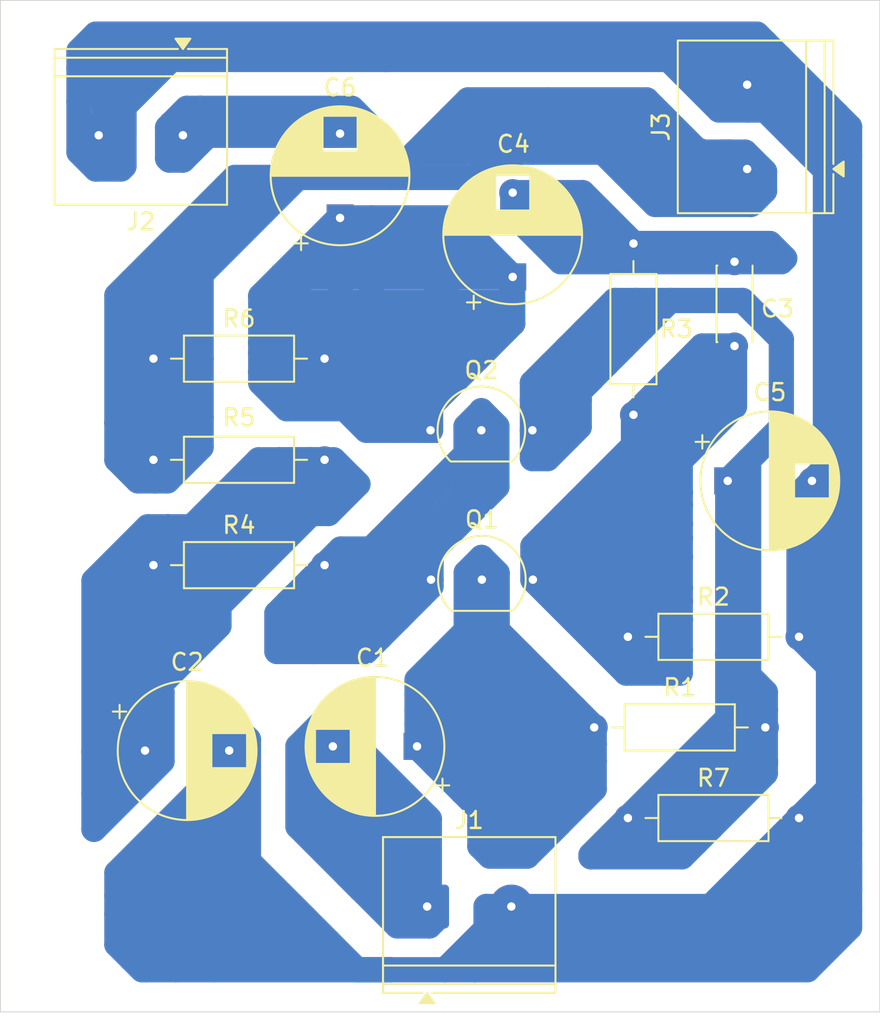
<source format=kicad_pcb>
(kicad_pcb (version 20241229) (generator "pcbnew") (generator_version "9.0")
  (layers (0 "F.Cu" signal) (2 "B.Cu" signal) (13 "F.Paste" user) (15 "B.Paste" user) (5 "F.SilkS" user "F.Silkscreen") (7 "B.SilkS" user "B.Silkscreen") (1 "F.Mask" user) (3 "B.Mask" user) (25 "Edge.Cuts" user))
  (net 0 "")
  (net 1 "Net-(J1-Pin_2)")
  (net 2 "Net-(Q1-B)")
  (net 3 "Net-(C3-Pad1)")
  (net 4 "Net-(Q1-E)")
  (net 5 "Net-(Q2-C)")
  (net 6 "GND")
  (net 7 "Net-(C2-Pad1)")
  (net 8 "Net-(J2-Pin_1)")
  (net 9 "Net-(Q2-E)")
  (net 10 "Net-(J3-Pin_1)")
  (net 11 "Net-(Q1-C)")
  (footprint "Package_TO_SOT_THT:TO-92_Inline" (layer "F.Cu") (at 152.65 107.86)
    (property "Reference" "Q1")
    (property "Value" "BC547")
  )
  (footprint "TerminalBlock_Phoenix:TerminalBlock_Phoenix_PT-1,5-2-5.0-H_1x02_P5.00mm_Horizontal" (layer "F.Cu") (at 169.67 83.5 90)
    (property "Reference" "J3")
    (property "Value" "12V")
  )
  (footprint "Package_TO_SOT_THT:TO-92_Inline" (layer "F.Cu") (at 152.62 99)
    (property "Reference" "Q2")
    (property "Value" "BC547")
  )
  (footprint "Capacitor_THT:CP_Radial_D8.0mm_P5.00mm" (layer "F.Cu") (at 133.92 118)
    (property "Reference" "C2")
    (property "Value" "4.7uF")
  )
  (footprint "Capacitor_THT:C_Disc_D4.3mm_W1.9mm_P5.00mm" (layer "F.Cu") (at 168.92 89 -90)
    (property "Reference" "C3")
    (property "Value" "100pF")
  )
  (footprint "Resistor_THT:R_Axial_DIN0207_L6.3mm_D2.5mm_P10.16mm_Horizontal" (layer "F.Cu") (at 162.59 122)
    (property "Reference" "R7")
    (property "Value" "1k")
  )
  (footprint "Resistor_THT:R_Axial_DIN0207_L6.3mm_D2.5mm_P10.16mm_Horizontal" (layer "F.Cu") (at 162.92 87.92 -90)
    (property "Reference" "R3")
    (property "Value" "100k")
  )
  (footprint "Resistor_THT:R_Axial_DIN0207_L6.3mm_D2.5mm_P10.16mm_Horizontal" (layer "F.Cu") (at 162.59 111.25)
    (property "Reference" "R2")
    (property "Value" "680")
  )
  (footprint "Resistor_THT:R_Axial_DIN0207_L6.3mm_D2.5mm_P10.16mm_Horizontal" (layer "F.Cu") (at 134.42 107)
    (property "Reference" "R4")
    (property "Value" "220k")
  )
  (footprint "TerminalBlock_Phoenix:TerminalBlock_Phoenix_PT-1,5-2-5.0-H_1x02_P5.00mm_Horizontal" (layer "F.Cu") (at 136.17 81.5 180)
    (property "Reference" "J2")
    (property "Value" "Audio Output")
  )
  (footprint "Capacitor_THT:CP_Radial_D8.0mm_P5.00mm" (layer "F.Cu") (at 168.517349 102)
    (property "Reference" "C5")
    (property "Value" "100uF")
  )
  (footprint "Capacitor_THT:CP_Radial_D8.0mm_P5.00mm" (layer "F.Cu") (at 145.5 86.402651 90)
    (property "Reference" "C6")
    (property "Value" "2.2uF")
  )
  (footprint "Capacitor_THT:CP_Radial_D8.0mm_P5.00mm" (layer "F.Cu") (at 155.75 89.902651 90)
    (property "Reference" "C4")
    (property "Value" "4.7uF")
  )
  (footprint "TerminalBlock_Phoenix:TerminalBlock_Phoenix_PT-1,5-2-5.0-H_1x02_P5.00mm_Horizontal" (layer "F.Cu") (at 150.67 127.25)
    (property "Reference" "J1")
    (property "Value" "Mic Input")
  )
  (footprint "Resistor_THT:R_Axial_DIN0207_L6.3mm_D2.5mm_P10.16mm_Horizontal" (layer "F.Cu") (at 134.42 94.75)
    (property "Reference" "R6")
    (property "Value" "10k")
  )
  (footprint "Resistor_THT:R_Axial_DIN0207_L6.3mm_D2.5mm_P10.16mm_Horizontal" (layer "F.Cu") (at 144.58 100.75 180)
    (property "Reference" "R5")
    (property "Value" "220k")
  )
  (footprint "Capacitor_THT:CP_Radial_D8.0mm_P5.00mm" (layer "F.Cu") (at 150.072651 117.75 180)
    (property "Reference" "C1")
    (property "Value" "1uF")
  )
  (footprint "Resistor_THT:R_Axial_DIN0207_L6.3mm_D2.5mm_P10.16mm_Horizontal" (layer "F.Cu") (at 160.59 116.625)
    (property "Reference" "R1")
    (property "Value" "390k")
  )
  (gr_rect (start 125.335 73.5) (end 177.545 133.5) (stroke (width 0.05)) (fill no) (layer "Edge.Cuts"))
  (segment (start 151.11 128.09) (end 150.8 128.4) (width 1.5) (layer "B.Cu") (net 1))
  (segment (start 144 120.25) (end 146.5 120.25) (width 1.5) (layer "B.Cu") (net 1))
  (segment (start 150.085 124.415) (end 148.585 124.415) (width 1.5) (layer "B.Cu") (net 1))
  (segment (start 146.5 120.83) (end 150.67 125) (width 1.5) (layer "B.Cu") (net 1))
  (segment (start 143 120.25) (end 144 120.25) (width 1.5) (layer "B.Cu") (net 1))
  (segment (start 150.5 127.42) (end 150.5 127.48) (width 1.5) (layer "B.Cu") (net 1))
  (segment (start 150.8 122.05) (end 150.67 121.92) (width 1.5) (layer "B.Cu") (net 1))
  (segment (start 148.9 128.4) (end 145.9 125.4) (width 1.5) (layer "B.Cu") (net 1))
  (segment (start 145.072651 121.652651) (end 146.21 122.79) (width 1.5) (layer "B.Cu") (net 1))
  (segment (start 143 122.5) (end 145.9 125.4) (width 1.5) (layer "B.Cu") (net 1))
  (segment (start 150.8 128.4) (end 150.8 122.05) (width 1.5) (layer "B.Cu") (net 1))
  (segment (start 147.322651 121.652651) (end 145.072651 121.652651) (width 1.5) (layer "B.Cu") (net 1))
  (segment (start 150.67 125) (end 150.085 124.415) (width 1.5) (layer "B.Cu") (net 1))
  (segment (start 145.072651 117.75) (end 145.072651 121.652651) (width 1.5) (layer "B.Cu") (net 1))
  (segment (start 150.8 128.4) (end 148.9 128.4) (width 1.5) (layer "B.Cu") (net 1))
  (segment (start 147.335 123.915) (end 148.085 124.665) (width 1.5) (layer "B.Cu") (net 1))
  (segment (start 143 119.822651) (end 143 117.75) (width 1.5) (layer "B.Cu") (net 1))
  (segment (start 146.75 126.25) (end 147.5 125.5) (width 1.5) (layer "B.Cu") (net 1))
  (segment (start 143 117.75) (end 144.75 116) (width 1.5) (layer "B.Cu") (net 1))
  (segment (start 148.46 122.79) (end 147.322651 121.652651) (width 1.5) (layer "B.Cu") (net 1))
  (segment (start 146.21 122.79) (end 147.335 123.915) (width 1.5) (layer "B.Cu") (net 1))
  (segment (start 149.46 123.79) (end 147.46 123.79) (width 1.5) (layer "B.Cu") (net 1))
  (segment (start 147.5 125.5) (end 148.085 124.915) (width 1.5) (layer "B.Cu") (net 1))
  (segment (start 150.67 123.347349) (end 147.036326 119.713674) (width 1.5) (layer "B.Cu") (net 1))
  (segment (start 143 120.25) (end 143 122.5) (width 1.5) (layer "B.Cu") (net 1))
  (segment (start 148.085 124.915) (end 148.085 124.665) (width 1.5) (layer "B.Cu") (net 1))
  (segment (start 150.67 125) (end 148.17 125) (width 1.5) (layer "B.Cu") (net 1))
  (segment (start 149.25 127.25) (end 150.67 127.25) (width 1.5) (layer "B.Cu") (net 1))
  (segment (start 150.085 124.415) (end 149.46 123.79) (width 1.5) (layer "B.Cu") (net 1))
  (segment (start 146.5 120.25) (end 146.5 120.83) (width 1.5) (layer "B.Cu") (net 1))
  (segment (start 147.036326 119.713674) (end 145.072651 117.75) (width 1.5) (layer "B.Cu") (net 1))
  (segment (start 147.5 125.5) (end 149.25 127.25) (width 1.5) (layer "B.Cu") (net 1))
  (segment (start 145.9 125.4) (end 146.75 126.25) (width 1.5) (layer "B.Cu") (net 1))
  (segment (start 150.5 127.48) (end 151.11 128.09) (width 1.5) (layer "B.Cu") (net 1))
  (segment (start 150.67 127.25) (end 150.5 127.42) (width 1.5) (layer "B.Cu") (net 1))
  (segment (start 149.46 123.79) (end 148.46 122.79) (width 1.5) (layer "B.Cu") (net 1))
  (segment (start 147.46 123.79) (end 147.335 123.915) (width 1.5) (layer "B.Cu") (net 1))
  (segment (start 150.67 127.25) (end 150.67 125) (width 1.5) (layer "B.Cu") (net 1))
  (segment (start 148.46 122.79) (end 146.21 122.79) (width 1.5) (layer "B.Cu") (net 1))
  (segment (start 144 122) (end 147.5 125.5) (width 1.5) (layer "B.Cu") (net 1))
  (segment (start 145.072651 117.75) (end 143 119.822651) (width 1.5) (layer "B.Cu") (net 1))
  (segment (start 150.67 121.92) (end 150.67 123.347349) (width 1.5) (layer "B.Cu") (net 1))
  (segment (start 148.17 125) (end 148.085 124.915) (width 1.5) (layer "B.Cu") (net 1))
  (segment (start 144.75 116) (end 150.67 121.92) (width 1.5) (layer "B.Cu") (net 1))
  (segment (start 148.085 124.665) (end 150.67 127.25) (width 1.5) (layer "B.Cu") (net 1))
  (segment (start 146.5 120.25) (end 147.036326 119.713674) (width 1.5) (layer "B.Cu") (net 1))
  (segment (start 148.585 124.415) (end 148.085 124.915) (width 1.5) (layer "B.Cu") (net 1))
  (segment (start 150.67 125) (end 150.67 123.347349) (width 1.5) (layer "B.Cu") (net 1))
  (segment (start 143 119.822651) (end 143 120.25) (width 1.5) (layer "B.Cu") (net 1))
  (segment (start 144 120.25) (end 144 122) (width 1.5) (layer "B.Cu") (net 1))
  (segment (start 154.255 118.195) (end 154.325 118.195) (width 1.5) (layer "B.Cu") (net 2))
  (segment (start 156.79 120.66) (end 156.79 122.65) (width 1.5) (layer "B.Cu") (net 2))
  (segment (start 157.24 121.11) (end 157.6 121.47) (width 1.5) (layer "B.Cu") (net 2))
  (segment (start 152.76 120.46) (end 151.155 118.855) (width 1.5) (layer "B.Cu") (net 2))
  (segment (start 158.4075 114.4425) (end 150.250151 114.4425) (width 1.5) (layer "B.Cu") (net 2))
  (segment (start 156.71 121.5) (end 158.67 119.54) (width 1.5) (layer "B.Cu") (net 2))
  (segment (start 153.8 121.5) (end 152.76 120.46) (width 1.5) (layer "B.Cu") (net 2))
  (segment (start 159.83 118.64) (end 151.37 118.64) (width 1.5) (layer "B.Cu") (net 2))
  (segment (start 152.99 107.45) (end 152.99 110.885) (width 1.5) (layer "B.Cu") (net 2))
  (segment (start 158.52 119.69) (end 152.76 119.69) (width 1.5) (layer "B.Cu") (net 2))
  (segment (start 153.8 122.42) (end 153.8 121.5) (width 1.5) (layer "B.Cu") (net 2))
  (segment (start 158.5 122.37) (end 156.61 124.26) (width 1.5) (layer "B.Cu") (net 2))
  (segment (start 158.675 116.625) (end 154.705 120.595) (width 1.5) (layer "B.Cu") (net 2))
  (segment (start 151.6275 112.2475) (end 152.9325 110.9425) (width 1.5) (layer "B.Cu") (net 2))
  (segment (start 156.56 122.42) (end 156.79 122.65) (width 1.5) (layer "B.Cu") (net 2))
  (segment (start 158.29 121.47) (end 158.76 121) (width 1.5) (layer "B.Cu") (net 2))
  (segment (start 159.83 118.64) (end 158.94 117.75) (width 1.5) (layer "B.Cu") (net 2))
  (segment (start 154.83 107.47) (end 154.83 110.865) (width 1.5) (layer "B.Cu") (net 2))
  (segment (start 152.99 110.885) (end 152.9325 110.9425) (width 1.5) (layer "B.Cu") (net 2))
  (segment (start 156.79 120.66) (end 155.95 121.5) (width 1.5) (layer "B.Cu") (net 2))
  (segment (start 153.92 107.86) (end 153.92 109.955) (width 1.5) (layer "B.Cu") (net 2))
  (segment (start 153.92 109.955) (end 154.9775 111.0125) (width 1.5) (layer "B.Cu") (net 2))
  (segment (start 158.67 119.54) (end 160.59 117.62) (width 1.5) (layer "B.Cu") (net 2))
  (segment (start 151.6725 112.2925) (end 151.6275 112.2475) (width 1.5) (layer "B.Cu") (net 2))
  (segment (start 150.072651 113.802349) (end 150.5725 113.3025) (width 1.5) (layer "B.Cu") (net 2))
  (segment (start 153.8 122.42) (end 156.56 122.42) (width 1.5) (layer "B.Cu") (net 2))
  (segment (start 158.4075 114.4425) (end 159.4625 115.4975) (width 1.5) (layer "B.Cu") (net 2))
  (segment (start 150.072651 117.75) (end 150.072651 116.46) (width 1.5) (layer "B.Cu") (net 2))
  (segment (start 156.79 122.65) (end 155.18 124.26) (width 1.5) (layer "B.Cu") (net 2))
  (segment (start 152.39 117.62) (end 151.155 118.855) (width 1.5) (layer "B.Cu") (net 2))
  (segment (start 150.072651 117.772651) (end 150.072651 117.75) (width 1.5) (layer "B.Cu") (net 2))
  (segment (start 156.2575 112.2925) (end 151.6725 112.2925) (width 1.5) (layer "B.Cu") (net 2))
  (segment (start 154.39 124.26) (end 153.8 123.67) (width 1.5) (layer "B.Cu") (net 2))
  (segment (start 154.9775 111.0125) (end 156.2575 112.2925) (width 1.5) (layer "B.Cu") (net 2))
  (segment (start 150.072651 114.62) (end 150.072651 113.802349) (width 1.5) (layer "B.Cu") (net 2))
  (segment (start 159.4625 115.4975) (end 150.125151 115.4975) (width 1.5) (layer "B.Cu") (net 2))
  (segment (start 160.59 116.625) (end 160.59 117.62) (width 1.5) (layer "B.Cu") (net 2))
  (segment (start 153.92 106.56) (end 154.83 107.47) (width 1.5) (layer "B.Cu") (net 2))
  (segment (start 156.2575 112.2925) (end 157.3625 113.3975) (width 1.5) (layer "B.Cu") (net 2))
  (segment (start 150.125151 115.4975) (end 150.072651 115.55) (width 1.5) (layer "B.Cu") (net 2))
  (segment (start 153.9 106.54) (end 152.99 107.45) (width 1.5) (layer "B.Cu") (net 2))
  (segment (start 157.24 121.11) (end 158.5 122.37) (width 1.5) (layer "B.Cu") (net 2))
  (segment (start 153.92 107.86) (end 153.92 106.56) (width 1.5) (layer "B.Cu") (net 2))
  (segment (start 150.6675 113.3975) (end 150.5725 113.3025) (width 1.5) (layer "B.Cu") (net 2))
  (segment (start 158.67 119.54) (end 158.52 119.69) (width 1.5) (layer "B.Cu") (net 2))
  (segment (start 159.85 119.54) (end 160.59 120.28) (width 1.5) (layer "B.Cu") (net 2))
  (segment (start 150.237651 116.625) (end 150.072651 116.46) (width 1.5) (layer "B.Cu") (net 2))
  (segment (start 160.59 117.62) (end 152.39 117.62) (width 1.5) (layer "B.Cu") (net 2))
  (segment (start 151.155 118.855) (end 150.072651 117.772651) (width 1.5) (layer "B.Cu") (net 2))
  (segment (start 160.59 120.28) (end 159.86 121.01) (width 1.5) (layer "B.Cu") (net 2))
  (segment (start 150.250151 114.4425) (end 150.072651 114.62) (width 1.5) (layer "B.Cu") (net 2))
  (segment (start 154.705 120.595) (end 153.8 121.5) (width 1.5) (layer "B.Cu") (net 2))
  (segment (start 157.2 123.67) (end 158.5 122.37) (width 1.5) (layer "B.Cu") (net 2))
  (segment (start 156.79 120.66) (end 157.24 121.11) (width 1.5) (layer "B.Cu") (net 2))
  (segment (start 153.8 123.67) (end 157.2 123.67) (width 1.5) (layer "B.Cu") (net 2))
  (segment (start 153.8 123.67) (end 153.8 122.42) (width 1.5) (layer "B.Cu") (net 2))
  (segment (start 159.86 121.01) (end 158.5 122.37) (width 1.5) (layer "B.Cu") (net 2))
  (segment (start 157.6 121.47) (end 158.29 121.47) (width 1.5) (layer "B.Cu") (net 2))
  (segment (start 154.325 118.195) (end 156.79 120.66) (width 1.5) (layer "B.Cu") (net 2))
  (segment (start 160.59 118.64) (end 159.83 118.64) (width 1.5) (layer "B.Cu") (net 2))
  (segment (start 150.5725 113.3025) (end 151.6275 112.2475) (width 1.5) (layer "B.Cu") (net 2))
  (segment (start 158.77 121.01) (end 159.86 121.01) (width 1.5) (layer "B.Cu") (net 2))
  (segment (start 155.18 124.26) (end 154.39 124.26) (width 1.5) (layer "B.Cu") (net 2))
  (segment (start 154.83 110.865) (end 154.9775 111.0125) (width 1.5) (layer "B.Cu") (net 2))
  (segment (start 158.67 119.54) (end 159.85 119.54) (width 1.5) (layer "B.Cu") (net 2))
  (segment (start 150.072651 115.55) (end 150.072651 114.62) (width 1.5) (layer "B.Cu") (net 2))
  (segment (start 159.4625 115.4975) (end 160.59 116.625) (width 1.5) (layer "B.Cu") (net 2))
  (segment (start 156.725 120.595) (end 154.705 120.595) (width 1.5) (layer "B.Cu") (net 2))
  (segment (start 152.76 119.69) (end 154.255 118.195) (width 1.5) (layer "B.Cu") (net 2))
  (segment (start 154.255 118.195) (end 155.18 117.27) (width 1.5) (layer "B.Cu") (net 2))
  (segment (start 153.8 121.5) (end 156.71 121.5) (width 1.5) (layer "B.Cu") (net 2))
  (segment (start 151.37 118.64) (end 151.155 118.855) (width 1.5) (layer "B.Cu") (net 2))
  (segment (start 155.95 121.5) (end 153.8 121.5) (width 1.5) (layer "B.Cu") (net 2))
  (segment (start 158.76 121) (end 158.77 121.01) (width 1.5) (layer "B.Cu") (net 2))
  (segment (start 153.92 106.56) (end 153.9 106.54) (width 1.5) (layer "B.Cu") (net 2))
  (segment (start 160.59 117.62) (end 160.59 118.64) (width 1.5) (layer "B.Cu") (net 2))
  (segment (start 158.94 117.75) (end 150.072651 117.75) (width 1.5) (layer "B.Cu") (net 2))
  (segment (start 160.59 116.625) (end 150.237651 116.625) (width 1.5) (layer "B.Cu") (net 2))
  (segment (start 152.9325 110.9425) (end 153.92 109.955) (width 1.5) (layer "B.Cu") (net 2))
  (segment (start 157.3625 113.3975) (end 158.4075 114.4425) (width 1.5) (layer "B.Cu") (net 2))
  (segment (start 160.59 118.64) (end 160.59 120.28) (width 1.5) (layer "B.Cu") (net 2))
  (segment (start 157.24 121.11) (end 156.725 120.595) (width 1.5) (layer "B.Cu") (net 2))
  (segment (start 153.0025 111.0125) (end 152.9325 110.9425) (width 1.5) (layer "B.Cu") (net 2))
  (segment (start 156.61 124.26) (end 155.18 124.26) (width 1.5) (layer "B.Cu") (net 2))
  (segment (start 152.76 120.46) (end 152.76 119.69) (width 1.5) (layer "B.Cu") (net 2))
  (segment (start 157.3625 113.3975) (end 150.6675 113.3975) (width 1.5) (layer "B.Cu") (net 2))
  (segment (start 160.59 116.625) (end 158.675 116.625) (width 1.5) (layer "B.Cu") (net 2))
  (segment (start 154.9775 111.0125) (end 153.0025 111.0125) (width 1.5) (layer "B.Cu") (net 2))
  (segment (start 150.072651 116.46) (end 150.072651 115.55) (width 1.5) (layer "B.Cu") (net 2))
  (segment (start 156.5 86.9) (end 157.55 87.95) (width 1.5) (layer "B.Cu") (net 3))
  (segment (start 159.902651 84.902651) (end 160.9 85.9) (width 1.5) (layer "B.Cu") (net 3))
  (segment (start 160.9 85.9) (end 161.55 86.55) (width 1.5) (layer "B.Cu") (net 3))
  (segment (start 155.75 84.902651) (end 155.75 86.15) (width 1.5) (layer "B.Cu") (net 3))
  (segment (start 157.58 87.92) (end 157.55 87.95) (width 1.5) (layer "B.Cu") (net 3))
  (segment (start 160.9 85.9) (end 159.6 85.9) (width 1.5) (layer "B.Cu") (net 3))
  (segment (start 161.55 86.55) (end 162.92 87.92) (width 1.5) (layer "B.Cu") (net 3))
  (segment (start 157.55 87.95) (end 158.6 89) (width 1.5) (layer "B.Cu") (net 3))
  (segment (start 161.2 86.9) (end 156.5 86.9) (width 1.5) (layer "B.Cu") (net 3))
  (segment (start 155.75 84.902651) (end 159.902651 84.902651) (width 1.5) (layer "B.Cu") (net 3))
  (segment (start 159.6 85.9) (end 156 85.9) (width 1.5) (layer "B.Cu") (net 3))
  (segment (start 161.55 86.55) (end 161.2 86.9) (width 1.5) (layer "B.Cu") (net 3))
  (segment (start 156 85.9) (end 155.75 86.15) (width 1.5) (layer "B.Cu") (net 3))
  (segment (start 171.02 87.92) (end 171.9 88.8) (width 1.5) (layer "B.Cu") (net 3))
  (segment (start 162.92 87.92) (end 157.58 87.92) (width 1.5) (layer "B.Cu") (net 3))
  (segment (start 159.6 85.9) (end 157.55 87.95) (width 1.5) (layer "B.Cu") (net 3))
  (segment (start 162.92 87.92) (end 171.02 87.92) (width 1.5) (layer "B.Cu") (net 3))
  (segment (start 158.6 89) (end 168.92 89) (width 1.5) (layer "B.Cu") (net 3))
  (segment (start 155.75 86.15) (end 156.5 86.9) (width 1.5) (layer "B.Cu") (net 3))
  (segment (start 171.7 89) (end 168.92 89) (width 1.5) (layer "B.Cu") (net 3))
  (segment (start 171.9 88.8) (end 171.7 89) (width 1.5) (layer "B.Cu") (net 3))
  (segment (start 165.7 108.34) (end 165.7 106.51) (width 1.5) (layer "B.Cu") (net 4))
  (segment (start 157.8 105.39) (end 157.62 105.21) (width 1.5) (layer "B.Cu") (net 4))
  (segment (start 165.7 112.01) (end 165.7 110.22) (width 1.5) (layer "B.Cu") (net 4))
  (segment (start 161.355 110.015) (end 161.92 110.58) (width 1.5) (layer "B.Cu") (net 4))
  (segment (start 157.58 106.51) (end 156.95 105.88) (width 1.5) (layer "B.Cu") (net 4))
  (segment (start 165.7 106.51) (end 157.58 106.51) (width 1.5) (layer "B.Cu") (net 4))
  (segment (start 160.825 108.295) (end 159.89 107.36) (width 1.5) (layer "B.Cu") (net 4))
  (segment (start 159.29 104.56) (end 158.78 104.05) (width 1.5) (layer "B.Cu") (net 4))
  (segment (start 165.7 103.44) (end 159.82 103.44) (width 1.5) (layer "B.Cu") (net 4))
  (segment (start 168.92 97.58) (end 168.92 95.97) (width 1.5) (layer "B.Cu") (net 4))
  (segment (start 165.7 110.22) (end 165.7 109.15) (width 1.5) (layer "B.Cu") (net 4))
  (segment (start 165.7 103.44) (end 165.7 102.7) (width 1.5) (layer "B.Cu") (net 4))
  (segment (start 164.94 111.25) (end 165.61 111.92) (width 1.5) (layer "B.Cu") (net 4))
  (segment (start 162.42 101.97) (end 162.42 100.5) (width 1.5) (layer "B.Cu") (net 4))
  (segment (start 162.92 104.33) (end 159.89 107.36) (width 1.5) (layer "B.Cu") (net 4))
  (segment (start 162.92 99.91) (end 162.92 104.33) (width 1.5) (layer "B.Cu") (net 4))
  (segment (start 165.235 107.875) (end 165.7 108.34) (width 1.5) (layer "B.Cu") (net 4))
  (segment (start 156.95 105.88) (end 157.62 105.21) (width 1.5) (layer "B.Cu") (net 4))
  (segment (start 162.49 111.92) (end 158.43 107.86) (width 1.5) (layer "B.Cu") (net 4))
  (segment (start 156.95 107.86) (end 158.43 107.86) (width 1.5) (layer "B.Cu") (net 4))
  (segment (start 164.74 113.4) (end 162.49 113.4) (width 1.5) (layer "B.Cu") (net 4))
  (segment (start 161.56 110.22) (end 161.355 110.015) (width 1.5) (layer "B.Cu") (net 4))
  (segment (start 160.825 108.295) (end 164.815 108.295) (width 1.5) (layer "B.Cu") (net 4))
  (segment (start 165.7 105.39) (end 165.7 104.56) (width 1.5) (layer "B.Cu") (net 4))
  (segment (start 160.78 109.15) (end 160.635 109.295) (width 1.5) (layer "B.Cu") (net 4))
  (segment (start 162.49 111.92) (end 165.61 111.92) (width 1.5) (layer "B.Cu") (net 4))
  (segment (start 161.92 110.58) (end 162.59 111.25) (width 1.5) (layer "B.Cu") (net 4))
  (segment (start 161.92 110.58) (end 163.215 111.875) (width 1.5) (layer "B.Cu") (net 4))
  (segment (start 165.7 104.56) (end 165.7 103.44) (width 1.5) (layer "B.Cu") (net 4))
  (segment (start 162.49 113.4) (end 156.95 107.86) (width 1.5) (layer "B.Cu") (net 4))
  (segment (start 165.7 100.8) (end 168.92 97.58) (width 1.5) (layer "B.Cu") (net 4))
  (segment (start 160.43 102.4) (end 162.92 99.91) (width 1.5) (layer "B.Cu") (net 4))
  (segment (start 165.7 102.7) (end 165.7 100.8) (width 1.5) (layer "B.Cu") (net 4))
  (segment (start 160.635 109.295) (end 161.355 110.015) (width 1.5) (layer "B.Cu") (net 4))
  (segment (start 162.42 101.97) (end 163.72 101.97) (width 1.5) (layer "B.Cu") (net 4))
  (segment (start 159.89 107.36) (end 164.72 107.36) (width 1.5) (layer "B.Cu") (net 4))
  (segment (start 162.49 112.6) (end 163.215 111.875) (width 1.5) (layer "B.Cu") (net 4))
  (segment (start 162.49 112.6) (end 162.49 111.92) (width 1.5) (layer "B.Cu") (net 4))
  (segment (start 160.86 101.97) (end 162.42 101.97) (width 1.5) (layer "B.Cu") (net 4))
  (segment (start 159.605 103.225) (end 160.43 102.4) (width 1.5) (layer "B.Cu") (net 4))
  (segment (start 168.92 95.97) (end 168.92 94) (width 1.5) (layer "B.Cu") (net 4))
  (segment (start 168.92 94) (end 167 94) (width 1.5) (layer "B.Cu") (net 4))
  (segment (start 164.97 101.97) (end 165.7 102.7) (width 1.5) (layer "B.Cu") (net 4))
  (segment (start 165.7 109.15) (end 165.7 108.34) (width 1.5) (layer "B.Cu") (net 4))
  (segment (start 165.7 104.56) (end 159.29 104.56) (width 1.5) (layer "B.Cu") (net 4))
  (segment (start 164.815 108.295) (end 165.235 107.875) (width 1.5) (layer "B.Cu") (net 4))
  (segment (start 159.2 107.86) (end 159.295 107.955) (width 1.5) (layer "B.Cu") (net 4))
  (segment (start 159.295 107.955) (end 160.635 109.295) (width 1.5) (layer "B.Cu") (net 4))
  (segment (start 164.74 113.4) (end 165.7 113.4) (width 1.5) (layer "B.Cu") (net 4))
  (segment (start 163.215 111.875) (end 164.74 113.4) (width 1.5) (layer "B.Cu") (net 4))
  (segment (start 165.7 109.15) (end 161.68 109.15) (width 1.5) (layer "B.Cu") (net 4))
  (segment (start 165.61 111.92) (end 165.7 112.01) (width 1.5) (layer "B.Cu") (net 4))
  (segment (start 162.59 111.25) (end 164.94 111.25) (width 1.5) (layer "B.Cu") (net 4))
  (segment (start 158.78 104.05) (end 159.605 103.225) (width 1.5) (layer "B.Cu") (net 4))
  (segment (start 159.82 103.44) (end 159.605 103.225) (width 1.5) (layer "B.Cu") (net 4))
  (segment (start 157.62 105.21) (end 158.78 104.05) (width 1.5) (layer "B.Cu") (net 4))
  (segment (start 165.7 110.22) (end 161.56 110.22) (width 1.5) (layer "B.Cu") (net 4))
  (segment (start 165.7 100.8) (end 164.09 100.8) (width 1.5) (layer "B.Cu") (net 4))
  (segment (start 163.72 101.17) (end 168.92 95.97) (width 1.5) (layer "B.Cu") (net 4))
  (segment (start 164.09 100.8) (end 163.72 101.17) (width 1.5) (layer "B.Cu") (net 4))
  (segment (start 165.7 105.39) (end 157.8 105.39) (width 1.5) (layer "B.Cu") (net 4))
  (segment (start 165.7 106.51) (end 165.7 105.39) (width 1.5) (layer "B.Cu") (net 4))
  (segment (start 165.7 109.15) (end 160.78 109.15) (width 1.5) (layer "B.Cu") (net 4))
  (segment (start 163.72 101.97) (end 164.97 101.97) (width 1.5) (layer "B.Cu") (net 4))
  (segment (start 160.43 102.4) (end 160.86 101.97) (width 1.5) (layer "B.Cu") (net 4))
  (segment (start 164.72 107.36) (end 165.235 107.875) (width 1.5) (layer "B.Cu") (net 4))
  (segment (start 165.7 113.4) (end 165.7 112.01) (width 1.5) (layer "B.Cu") (net 4))
  (segment (start 159.89 107.36) (end 159.295 107.955) (width 1.5) (layer "B.Cu") (net 4))
  (segment (start 162.92 98.08) (end 162.92 99.91) (width 1.5) (layer "B.Cu") (net 4))
  (segment (start 158.43 107.86) (end 159.2 107.86) (width 1.5) (layer "B.Cu") (net 4))
  (segment (start 162.42 100.5) (end 168.92 94) (width 1.5) (layer "B.Cu") (net 4))
  (segment (start 163.72 101.97) (end 163.72 101.17) (width 1.5) (layer "B.Cu") (net 4))
  (segment (start 156.95 107.86) (end 156.95 105.88) (width 1.5) (layer "B.Cu") (net 4))
  (segment (start 162.49 113.4) (end 162.49 112.6) (width 1.5) (layer "B.Cu") (net 4))
  (segment (start 167 94) (end 162.92 98.08) (width 1.5) (layer "B.Cu") (net 4))
  (segment (start 161.68 109.15) (end 160.825 108.295) (width 1.5) (layer "B.Cu") (net 4))
  (segment (start 141.96 91.41) (end 144.45 88.92) (width 1.5) (layer "B.Cu") (net 5))
  (segment (start 140.79 95.56) (end 140.79 94.41) (width 1.5) (layer "B.Cu") (net 5))
  (segment (start 151.11 92.56) (end 153.76 92.56) (width 1.5) (layer "B.Cu") (net 5))
  (segment (start 148.83 99) (end 148.05 98.22) (width 1.5) (layer "B.Cu") (net 5))
  (segment (start 155.75 92.67) (end 155.75 91.41) (width 1.5) (layer "B.Cu") (net 5))
  (segment (start 146.01 96.18) (end 144.58 94.75) (width 1.5) (layer "B.Cu") (net 5))
  (segment (start 152.52 94.155) (end 141.135 94.155) (width 1.5) (layer "B.Cu") (net 5))
  (segment (start 150.87 97.82) (end 150.87 97.07) (width 1.5) (layer "B.Cu") (net 5))
  (segment (start 152.52 94.155) (end 152.52 93.8) (width 1.5) (layer "B.Cu") (net 5))
  (segment (start 150.065 97.015) (end 150.87 97.82) (width 1.5) (layer "B.Cu") (net 5))
  (segment (start 150.87 97.07) (end 151.35 97.07) (width 1.5) (layer "B.Cu") (net 5))
  (segment (start 144.45 88.92) (end 153.22 88.92) (width 1.5) (layer "B.Cu") (net 5))
  (segment (start 152.52 93.97) (end 151.11 92.56) (width 1.5) (layer "B.Cu") (net 5))
  (segment (start 145.5 86.402651) (end 147.37 86.402651) (width 1.5) (layer "B.Cu") (net 5))
  (segment (start 142.162651 89.902651) (end 142.04 89.78) (width 1.5) (layer "B.Cu") (net 5))
  (segment (start 147.37 86.402651) (end 147.37 96.4) (width 1.5) (layer "B.Cu") (net 5))
  (segment (start 153.35735 87.51) (end 154.023675 88.176325) (width 1.5) (layer "B.Cu") (net 5))
  (segment (start 145.74 97.68) (end 145.7 97.72) (width 1.5) (layer "B.Cu") (net 5))
  (segment (start 141.625 97.015) (end 140.79 96.18) (width 1.5) (layer "B.Cu") (net 5))
  (segment (start 148.05 98.22) (end 146.8 96.97) (width 1.5) (layer "B.Cu") (net 5))
  (segment (start 148.83 99) (end 147.06 99) (width 1.5) (layer "B.Cu") (net 5))
  (segment (start 140.79 96.18) (end 140.79 95.56) (width 1.5) (layer "B.Cu") (net 5))
  (segment (start 155.75 89.902651) (end 142.162651 89.902651) (width 1.5) (layer "B.Cu") (net 5))
  (segment (start 152.27 94.782651) (end 150.17 94.782651) (width 1.5) (layer "B.Cu") (net 5))
  (segment (start 140.79 92.56) (end 140.79 91.03) (width 1.5) (layer "B.Cu") (net 5))
  (segment (start 152.25 86.402651) (end 154.023675 88.176325) (width 1.5) (layer "B.Cu") (net 5))
  (segment (start 140.79 92.56) (end 151.11 92.56) (width 1.5) (layer "B.Cu") (net 5))
  (segment (start 154.265 94.155) (end 152.52 94.155) (width 1.5) (layer "B.Cu") (net 5))
  (segment (start 147.06 99) (end 145.74 97.68) (width 1.5) (layer "B.Cu") (net 5))
  (segment (start 151.35 97.07) (end 153.637349 94.782651) (width 1.5) (layer "B.Cu") (net 5))
  (segment (start 140.79 94.41) (end 140.79 93.81) (width 1.5) (layer "B.Cu") (net 5))
  (segment (start 150.87 99) (end 150.87 97.55) (width 1.5) (layer "B.Cu") (net 5))
  (segment (start 153.76 92.56) (end 155.64 92.56) (width 1.5) (layer "B.Cu") (net 5))
  (segment (start 148.39 93.81) (end 149.73 92.47) (width 1.5) (layer "B.Cu") (net 5))
  (segment (start 154.265 93.065) (end 153.76 92.56) (width 1.5) (layer "B.Cu") (net 5))
  (segment (start 154.265 94.155) (end 155.75 92.67) (width 1.5) (layer "B.Cu") (net 5))
  (segment (start 150.87 99) (end 148.83 99) (width 1.5) (layer "B.Cu") (net 5))
  (segment (start 140.79 93.81) (end 148.39 93.81) (width 1.5) (layer "B.Cu") (net 5))
  (segment (start 140.79 91.03) (end 142.04 89.78) (width 1.5) (layer "B.Cu") (net 5))
  (segment (start 145.5 87.51) (end 153.35735 87.51) (width 1.5) (layer "B.Cu") (net 5))
  (segment (start 140.79 95.56) (end 145.39 95.56) (width 1.5) (layer "B.Cu") (net 5))
  (segment (start 150.47 98.22) (end 150.87 97.82) (width 1.5) (layer "B.Cu") (net 5))
  (segment (start 150.87 97.55) (end 151.35 97.07) (width 1.5) (layer "B.Cu") (net 5))
  (segment (start 147.37 96.4) (end 146.8 96.97) (width 1.5) (layer "B.Cu") (net 5))
  (segment (start 154.265 94.155) (end 154.265 93.065) (width 1.5) (layer "B.Cu") (net 5))
  (segment (start 147.37 86.402651) (end 152.25 86.402651) (width 1.5) (layer "B.Cu") (net 5))
  (segment (start 150.87 97.07) (end 150.87 96.182651) (width 1.5) (layer "B.Cu") (net 5))
  (segment (start 145.39 95.56) (end 150.247349 95.56) (width 1.5) (layer "B.Cu") (net 5))
  (segment (start 150.17 94.782651) (end 150.17 93.5) (width 1.5) (layer "B.Cu") (net 5))
  (segment (start 149.73 92.47) (end 149.73 94.342651) (width 1.5) (layer "B.Cu") (net 5))
  (segment (start 152.27 94.782651) (end 153.637349 94.782651) (width 1.5) (layer "B.Cu") (net 5))
  (segment (start 155.75 91.41) (end 141.96 91.41) (width 1.5) (layer "B.Cu") (net 5))
  (segment (start 145.5 88.52) (end 145.5 93.83) (width 1.5) (layer "B.Cu") (net 5))
  (segment (start 150.17 94.782651) (end 141.162651 94.782651) (width 1.5) (layer "B.Cu") (net 5))
  (segment (start 141.625 97.015) (end 150.065 97.015) (width 1.5) (layer "B.Cu") (net 5))
  (segment (start 141.135 94.155) (end 140.79 93.81) (width 1.5) (layer "B.Cu") (net 5))
  (segment (start 149.73 92.47) (end 153.25 88.95) (width 1.5) (layer "B.Cu") (net 5))
  (segment (start 145.417349 86.402651) (end 145.5 86.402651) (width 1.5) (layer "B.Cu") (net 5))
  (segment (start 153.22 88.92) (end 153.25 88.95) (width 1.5) (layer "B.Cu") (net 5))
  (segment (start 148.05 98.22) (end 150.47 98.22) (width 1.5) (layer "B.Cu") (net 5))
  (segment (start 150.87 96.182651) (end 152.27 94.782651) (width 1.5) (layer "B.Cu") (net 5))
  (segment (start 141.96 91.41) (end 141.17 91.41) (width 1.5) (layer "B.Cu") (net 5))
  (segment (start 146.8 96.97) (end 146.01 96.18) (width 1.5) (layer "B.Cu") (net 5))
  (segment (start 155.64 92.56) (end 155.75 92.67) (width 1.5) (layer "B.Cu") (net 5))
  (segment (start 141.162651 94.782651) (end 140.79 94.41) (width 1.5) (layer "B.Cu") (net 5))
  (segment (start 153.637349 94.782651) (end 154.265 94.155) (width 1.5) (layer "B.Cu") (net 5))
  (segment (start 145.5 87.51) (end 145.5 88.52) (width 1.5) (layer "B.Cu") (net 5))
  (segment (start 144.85 88.52) (end 145.5 88.52) (width 1.5) (layer "B.Cu") (net 5))
  (segment (start 145.5 93.83) (end 144.58 94.75) (width 1.5) (layer "B.Cu") (net 5))
  (segment (start 149.73 94.342651) (end 150.17 94.782651) (width 1.5) (layer "B.Cu") (net 5))
  (segment (start 140.79 93.81) (end 140.79 92.56) (width 1.5) (layer "B.Cu") (net 5))
  (segment (start 153.25 88.95) (end 154.023675 88.176325) (width 1.5) (layer "B.Cu") (net 5))
  (segment (start 145.5 86.402651) (end 145.5 87.51) (width 1.5) (layer "B.Cu") (net 5))
  (segment (start 142.04 89.78) (end 145.417349 86.402651) (width 1.5) (layer "B.Cu") (net 5))
  (segment (start 155.75 91.41) (end 155.75 89.902651) (width 1.5) (layer "B.Cu") (net 5))
  (segment (start 150.17 93.5) (end 151.11 92.56) (width 1.5) (layer "B.Cu") (net 5))
  (segment (start 154.023675 88.176325) (end 155.75 89.902651) (width 1.5) (layer "B.Cu") (net 5))
  (segment (start 145.7 97.72) (end 142.33 97.72) (width 1.5) (layer "B.Cu") (net 5))
  (segment (start 144.45 88.92) (end 144.85 88.52) (width 1.5) (layer "B.Cu") (net 5))
  (segment (start 145.39 95.56) (end 146.01 96.18) (width 1.5) (layer "B.Cu") (net 5))
  (segment (start 150.247349 95.56) (end 150.87 96.182651) (width 1.5) (layer "B.Cu") (net 5))
  (segment (start 141.17 91.41) (end 140.79 91.03) (width 1.5) (layer "B.Cu") (net 5))
  (segment (start 142.33 97.72) (end 141.625 97.015) (width 1.5) (layer "B.Cu") (net 5))
  (segment (start 150.87 99) (end 150.87 97.82) (width 1.5) (layer "B.Cu") (net 5))
  (segment (start 152.52 93.8) (end 153.76 92.56) (width 1.5) (layer "B.Cu") (net 5))
  (segment (start 152.52 94.155) (end 152.52 93.97) (width 1.5) (layer "B.Cu") (net 5))
  (segment (start 168.825 127.825) (end 169.375 127.275) (width 1.5) (layer "B.Cu") (net 6))
  (segment (start 171.835 78.415) (end 172.5 77.75) (width 1.5) (layer "B.Cu") (net 6))
  (segment (start 166.67 77) (end 169.75 77) (width 1.5) (layer "B.Cu") (net 6))
  (segment (start 143.55 128.05) (end 141.65 126.15) (width 1.5) (layer "B.Cu") (net 6))
  (segment (start 175.75 124.75) (end 175.75 126.25) (width 1.5) (layer "B.Cu") (net 6))
  (segment (start 131.5 83) (end 131 83.5) (width 1.5) (layer "B.Cu") (net 6))
  (segment (start 170.125 76.625) (end 170.75 76) (width 1.5) (layer "B.Cu") (net 6))
  (segment (start 138.675 128.075) (end 143.525 128.075) (width 1.5) (layer "B.Cu") (net 6))
  (segment (start 154.17 129.4) (end 154.17 130.33) (width 1.5) (layer "B.Cu") (net 6))
  (segment (start 171.625 76.875) (end 172.5 77.75) (width 1.5) (layer "B.Cu") (net 6))
  (segment (start 169.67 80) (end 172 80) (width 1.5) (layer "B.Cu") (net 6))
  (segment (start 154.17 130.33) (end 172.82 130.33) (width 1.5) (layer "B.Cu") (net 6))
  (segment (start 172.125 81.375) (end 170.75 80) (width 1.5) (layer "B.Cu") (net 6))
  (segment (start 148.25 77) (end 148.25 75.5) (width 1.5) (layer "B.Cu") (net 6))
  (segment (start 134.25 77.5) (end 134.611472 77.861472) (width 1.5) (layer "B.Cu") (net 6))
  (segment (start 166.125 76.375) (end 166.375 76.625) (width 1.5) (layer "B.Cu") (net 6))
  (segment (start 169.375 127.275) (end 172.3 127.275) (width 1.5) (layer "B.Cu") (net 6))
  (segment (start 135.75 131) (end 138 131) (width 1.5) (layer "B.Cu") (net 6))
  (segment (start 173.45 111.95) (end 172.75 111.25) (width 1.5) (layer "B.Cu") (net 6))
  (segment (start 154.17 127.25) (end 154.17 128.58) (width 1.5) (layer "B.Cu") (net 6))
  (segment (start 138.92 120.3) (end 138.55 120.3) (width 1.5) (layer "B.Cu") (net 6))
  (segment (start 137.515 119.985) (end 136.7 120.8) (width 1.5) (layer "B.Cu") (net 6))
  (segment (start 175.75 127.4) (end 175.75 128.5) (width 1.5) (layer "B.Cu") (net 6))
  (segment (start 175.75 124.75) (end 175.75 127.4) (width 1.5) (layer "B.Cu") (net 6))
  (segment (start 172.3 127.275) (end 172.525 127.275) (width 1.5) (layer "B.Cu") (net 6))
  (segment (start 169.67 80) (end 168 80) (width 1.5) (layer "B.Cu") (net 6))
  (segment (start 172.75 122) (end 174.5 120.25) (width 1.5) (layer "B.Cu") (net 6))
  (segment (start 138.92 118.5) (end 138.92 118.58) (width 1.5) (layer "B.Cu") (net 6))
  (segment (start 172.525 127.275) (end 173.75 128.5) (width 1.5) (layer "B.Cu") (net 6))
  (segment (start 154.17 127.25) (end 167.5 127.25) (width 1.5) (layer "B.Cu") (net 6))
  (segment (start 172.75 102.767349) (end 173.517349 102) (width 1.5) (layer "B.Cu") (net 6))
  (segment (start 173.517349 102) (end 174.317348 101.200001) (width 1.5) (layer "B.Cu") (net 6))
  (segment (start 135.75 131) (end 137.125 129.625) (width 1.5) (layer "B.Cu") (net 6))
  (segment (start 139.45 124.05) (end 133.125 130.375) (width 1.5) (layer "B.Cu") (net 6))
  (segment (start 175.75 126.25) (end 175.5 126.5) (width 1.5) (layer "B.Cu") (net 6))
  (segment (start 131.5 81.5) (end 131.5 83) (width 1.5) (layer "B.Cu") (net 6))
  (segment (start 130 76.5) (end 131 75.5) (width 1.5) (layer "B.Cu") (net 6))
  (segment (start 138.92 118.5) (end 138.92 118) (width 1.5) (layer "B.Cu") (net 6))
  (segment (start 130.83 78.67) (end 130 79.5) (width 1.5) (layer "B.Cu") (net 6))
  (segment (start 170.71 78.96) (end 171.255 78.415) (width 1.5) (layer "B.Cu") (net 6))
  (segment (start 132.75 76.75) (end 135.222944 76.75) (width 1.5) (layer "B.Cu") (net 6))
  (segment (start 137.9 119.6) (end 137.515 119.985) (width 1.5) (layer "B.Cu") (net 6))
  (segment (start 174.317348 101.200001) (end 174.317348 83.567348) (width 1.5) (layer "B.Cu") (net 6))
  (segment (start 142 126.5) (end 140.25 126.5) (width 1.5) (layer "B.Cu") (net 6))
  (segment (start 138.55 121.4) (end 132.25 127.7) (width 1.5) (layer "B.Cu") (net 6))
  (segment (start 170.25 75.5) (end 170.75 76) (width 1.5) (layer "B.Cu") (net 6))
  (segment (start 173.75 129.4) (end 173.75 128.5) (width 1.5) (layer "B.Cu") (net 6))
  (segment (start 169.71 78.79) (end 171.625 76.875) (width 1.5) (layer "B.Cu") (net 6))
  (segment (start 175.025 128.125) (end 175.75 127.4) (width 1.5) (layer "B.Cu") (net 6))
  (segment (start 169.7 128.925) (end 169.7 128.5) (width 1.5) (layer "B.Cu") (net 6))
  (segment (start 148.5 131) (end 146.5 131) (width 1.5) (layer "B.Cu") (net 6))
  (segment (start 135.222944 76.75) (end 135.472944 77) (width 1.5) (layer "B.Cu") (net 6))
  (segment (start 138.92 121.4) (end 137.3 121.4) (width 1.5) (layer "B.Cu") (net 6))
  (segment (start 138.92 116.38) (end 139.01 116.29) (width 1.5) (layer "B.Cu") (net 6))
  (segment (start 138.175 128.575) (end 138.675 128.075) (width 1.5) (layer "B.Cu") (net 6))
  (segment (start 137.515 117.815) (end 137.86 117.47) (width 1.5) (layer "B.Cu") (net 6))
  (segment (start 138.92 121.4) (end 138.55 121.4) (width 1.5) (layer "B.Cu") (net 6))
  (segment (start 138.92 123.42) (end 138.92 121.4) (width 1.5) (layer "B.Cu") (net 6))
  (segment (start 138.33 123.42) (end 132.25 129.5) (width 1.5) (layer "B.Cu") (net 6))
  (segment (start 138.55 120.3) (end 132.25 126.6) (width 1.5) (layer "B.Cu") (net 6))
  (segment (start 131 83.5) (end 130 82.5) (width 1.5) (layer "B.Cu") (net 6))
  (segment (start 130 76.75) (end 130 76.5) (width 1.5) (layer "B.Cu") (net 6))
  (segment (start 174.5 80.25) (end 172.75 82) (width 1.5) (layer "B.Cu") (net 6))
  (segment (start 175.75 123.6) (end 175.75 124.75) (width 1.5) (layer "B.Cu") (net 6))
  (segment (start 132.25 125.25) (end 132.25 126.6) (width 1.5) (layer "B.Cu") (net 6))
  (segment (start 132.25 129.5) (end 133.125 130.375) (width 1.5) (layer "B.Cu") (net 6))
  (segment (start 138.92 116.41) (end 137.86 117.47) (width 1.5) (layer "B.Cu") (net 6))
  (segment (start 170.6 128.9) (end 174.75 124.75) (width 1.5) (layer "B.Cu") (net 6))
  (segment (start 170.75 80) (end 169.67 80) (width 1.5) (layer "B.Cu") (net 6))
  (segment (start 173.75 128.5) (end 173.75 127.7) (width 1.5) (layer "B.Cu") (net 6))
  (segment (start 168.825 127.825) (end 173.05 123.6) (width 1.5) (layer "B.Cu") (net 6))
  (segment (start 173.375 82.625) (end 172.75 82) (width 1.5) (layer "B.Cu") (net 6))
  (segment (start 137.3 121.4) (end 136.7 120.8) (width 1.5) (layer "B.Cu") (net 6))
  (segment (start 174.125 79.375) (end 172.125 81.375) (width 1.5) (layer "B.Cu") (net 6))
  (segment (start 168.07 128.58) (end 168.825 127.825) (width 1.5) (layer "B.Cu") (net 6))
  (segment (start 154.17 130.33) (end 153.5 131) (width 1.5) (layer "B.Cu") (net 6))
  (segment (start 175.125 83.375) (end 175.75 82.75) (width 1.5) (layer "B.Cu") (net 6))
  (segment (start 174.875 83.375) (end 175.125 83.375) (width 1.5) (layer "B.Cu") (net 6))
  (segment (start 169.375 127.275) (end 175.75 120.9) (width 1.5) (layer "B.Cu") (net 6))
  (segment (start 167.5 127.25) (end 172.75 122) (width 1.5) (layer "B.Cu") (net 6))
  (segment (start 141.65 127.35) (end 138 131) (width 1.5) (layer "B.Cu") (net 6))
  (segment (start 173.05 123.6) (end 174.6 123.6) (width 1.5) (layer "B.Cu") (net 6))
  (segment (start 146.5 131) (end 144.8 129.3) (width 1.5) (layer "B.Cu") (net 6))
  (segment (start 139.01 116.29) (end 140.06 117.34) (width 1.5) (layer "B.Cu") (net 6))
  (segment (start 138.175 128.575) (end 144.075 128.575) (width 1.5) (layer "B.Cu") (net 6))
  (segment (start 168.46 78.79) (end 169.71 78.79) (width 1.5) (layer "B.Cu") (net 6))
  (segment (start 139.55 124.05) (end 139.45 124.05) (width 1.5) (layer "B.Cu") (net 6))
  (segment (start 174.125 82.625) (end 174.875 83.375) (width 1.5) (layer "B.Cu") (net 6))
  (segment (start 139.55 124.05) (end 138.92 123.42) (width 1.5) (layer "B.Cu") (net 6))
  (segment (start 135.472944 77) (end 148.25 77) (width 1.5) (layer "B.Cu") (net 6))
  (segment (start 132.67 78.67) (end 132.25 78.25) (width 1.5) (layer "B.Cu") (net 6))
  (segment (start 168 80) (end 164.75 76.75) (width 1.5) (layer "B.Cu") (net 6))
  (segment (start 173.75 129.4) (end 174.225 128.925) (width 1.5) (layer "B.Cu") (net 6))
  (segment (start 132.25 127.7) (end 132.25 129.5) (width 1.5) (layer "B.Cu") (net 6))
  (segment (start 172.5 79.5) (end 173.375 78.625) (width 1.5) (layer "B.Cu") (net 6))
  (segment (start 166.125 76.375) (end 167 75.5) (width 1.5) (layer "B.Cu") (net 6))
  (segment (start 174.317348 83.567348) (end 173.375 82.625) (width 1.5) (layer "B.Cu") (net 6))
  (segment (start 130 77.5) (end 134.25 77.5) (width 1.5) (layer "B.Cu") (net 6))
  (segment (start 140.25 124.75) (end 139.55 124.05) (width 1.5) (layer "B.Cu") (net 6))
  (segment (start 143.525 128.075) (end 143.55 128.05) (width 1.5) (layer "B.Cu") (net 6))
  (segment (start 175.75 81) (end 174.125 82.625) (width 1.5) (layer "B.Cu") (net 6))
  (segment (start 170.75 76) (end 171.625 76.875) (width 1.5) (layer "B.Cu") (net 6))
  (segment (start 138.92 116.38) (end 138.92 116.41) (width 1.5) (layer "B.Cu") (net 6))
  (segment (start 138.92 120.3) (end 138.92 118.5) (width 1.5) (layer "B.Cu") (net 6))
  (segment (start 163 76.75) (end 165.75 76.75) (width 1.5) (layer "B.Cu") (net 6))
  (segment (start 169.75 77) (end 170.125 76.625) (width 1.5) (layer "B.Cu") (net 6))
  (segment (start 175 80.25) (end 175.75 81) (width 1.5) (layer "B.Cu") (net 6))
  (segment (start 138.92 123.42) (end 138.33 123.42) (width 1.5) (layer "B.Cu") (net 6))
  (segment (start 154.17 127.25) (end 154.17 129.4) (width 1.5) (layer "B.Cu") (net 6))
  (segment (start 174.75 124.75) (end 174.1 124.1) (width 1.5) (layer "B.Cu") (net 6))
  (segment (start 131.5 78.67) (end 130.83 78.67) (width 1.5) (layer "B.Cu") (net 6))
  (segment (start 154.17 129.4) (end 173.75 129.4) (width 1.5) (layer "B.Cu") (net 6))
  (segment (start 132.67 81.5) (end 131.5 81.5) (width 1.5) (layer "B.Cu") (net 6))
  (segment (start 175.75 122.7) (end 175.75 123.6) (width 1.5) (layer "B.Cu") (net 6))
  (segment (start 132.5 83.5) (end 131 83.5) (width 1.5) (layer "B.Cu") (net 6))
  (segment (start 132.67 79.802944) (end 134.611472 77.861472) (width 1.5) (layer "B.Cu") (net 6))
  (segment (start 148.25 75.5) (end 167 75.5) (width 1.5) (layer "B.Cu") (net 6))
  (segment (start 175.75 128.5) (end 173.25 131) (width 1.5) (layer "B.Cu") (net 6))
  (segment (start 173.517349 111.882651) (end 173.517349 102) (width 1.5) (layer "B.Cu") (net 6))
  (segment (start 132.67 81.5) (end 132.67 78.67) (width 1.5) (layer "B.Cu") (net 6))
  (segment (start 175 80.25) (end 174.5 80.25) (width 1.5) (layer "B.Cu") (net 6))
  (segment (start 139.575 127.175) (end 140.25 126.5) (width 1.5) (layer "B.Cu") (net 6))
  (segment (start 130 79.5) (end 130 77.5) (width 1.5) (layer "B.Cu") (net 6))
  (segment (start 131 75.5) (end 148.25 75.5) (width 1.5) (layer "B.Cu") (net 6))
  (segment (start 132.67 83.33) (end 132.5 83.5) (width 1.5) (layer "B.Cu") (net 6))
  (segment (start 175.75 81) (end 175.75 82.75) (width 1.5) (layer "B.Cu") (net 6))
  (segment (start 138.675 128.075) (end 139.575 127.175) (width 1.5) (layer "B.Cu") (net 6))
  (segment (start 172.75 82) (end 172.125 81.375) (width 1.5) (layer "B.Cu") (net 6))
  (segment (start 175.75 126.25) (end 173.45 126.25) (width 1.5) (layer "B.Cu") (net 6))
  (segment (start 172 80) (end 172.5 79.5) (width 1.5) (layer "B.Cu") (net 6))
  (segment (start 137.515 119.985) (end 137.515 117.815) (width 1.5) (layer "B.Cu") (net 6))
  (segment (start 174.6 123.6) (end 175.75 123.6) (width 1.5) (layer "B.Cu") (net 6))
  (segment (start 144.475 129.625) (end 144.8 129.3) (width 1.5) (layer "B.Cu") (net 6))
  (segment (start 130 82.5) (end 130 79.5) (width 1.5) (layer "B.Cu") (net 6))
  (segment (start 174.5 113) (end 174.5 101.382653) (width 1.5) (layer "B.Cu") (net 6))
  (segment (start 173.25 131) (end 153.5 131) (width 1.5) (layer "B.Cu") (net 6))
  (segment (start 172.3 127.275) (end 174.175 127.275) (width 1.5) (layer "B.Cu") (net 6))
  (segment (start 134.611472 77.861472) (end 135.472944 77) (width 1.5) (layer "B.Cu") (net 6))
  (segment (start 174.125 79.375) (end 175 80.25) (width 1.5) (layer "B.Cu") (net 6))
  (segment (start 169.67 80) (end 170.71 78.96) (width 1.5) (layer "B.Cu") (net 6))
  (segment (start 151.75 131) (end 148.5 131) (width 1.5) (layer "B.Cu") (net 6))
  (segment (start 140.06 124.56) (end 140.25 124.75) (width 1.5) (layer "B.Cu") (net 6))
  (segment (start 132.25 126.6) (end 132.25 127.7) (width 1.5) (layer "B.Cu") (net 6))
  (segment (start 174.225 128.925) (end 175.025 128.125) (width 1.5) (layer "B.Cu") (net 6))
  (segment (start 174.6 123.6) (end 174.85 123.6) (width 1.5) (layer "B.Cu") (net 6))
  (segment (start 133.125 130.375) (end 133.75 131) (width 1.5) (layer "B.Cu") (net 6))
  (segment (start 166.67 77) (end 168.085 78.415) (width 1.5) (layer "B.Cu") (net 6))
  (segment (start 173.45 111.95) (end 173.517349 111.882651) (width 1.5) (layer "B.Cu") (net 6))
  (segment (start 167 75.5) (end 170.25 75.5) (width 1.5) (layer "B.Cu") (net 6))
  (segment (start 140.06 117.34) (end 140.06 124.56) (width 1.5) (layer "B.Cu") (net 6))
  (segment (start 171.96 78.96) (end 172.5 79.5) (width 1.5) (layer "B.Cu") (net 6))
  (segment (start 172.75 111.25) (end 172.75 102.767349) (width 1.5) (layer "B.Cu") (net 6))
  (segment (start 175.75 124.75) (end 174.75 124.75) (width 1.5) (layer "B.Cu") (net 6))
  (segment (start 168.085 78.415) (end 169.67 80) (width 1.5) (layer "B.Cu") (net 6))
  (segment (start 154.17 128.58) (end 151.75 131) (width 1.5) (layer "B.Cu") (net 6))
  (segment (start 138.92 118.58) (end 137.9 119.6) (width 1.5) (layer "B.Cu") (net 6))
  (segment (start 131.5 81.5) (end 131.5 78.67) (width 1.5) (layer "B.Cu") (net 6))
  (segment (start 175.75 82.75) (end 175.75 120.9) (width 1.5) (layer "B.Cu") (net 6))
  (segment (start 169.7 128.5) (end 172.7 125.5) (width 1.5) (layer "B.Cu") (net 6))
  (segment (start 134 131) (end 135.75 131) (width 1.5) (layer "B.Cu") (net 6))
  (segment (start 171.255 78.415) (end 171.835 78.415) (width 1.5) (layer "B.Cu") (net 6))
  (segment (start 137.125 129.625) (end 138.175 128.575) (width 1.5) (layer "B.Cu") (net 6))
  (segment (start 170.71 78.96) (end 171.96 78.96) (width 1.5) (layer "B.Cu") (net 6))
  (segment (start 174.85 123.6) (end 175.75 122.7) (width 1.5) (layer "B.Cu") (net 6))
  (segment (start 137.86 117.47) (end 137.9 117.51) (width 1.5) (layer "B.Cu") (net 6))
  (segment (start 138.92 121.4) (end 138.92 120.3) (width 1.5) (layer "B.Cu") (net 6))
  (segment (start 132.75 76.75) (end 163 76.75) (width 1.5) (layer "B.Cu") (net 6))
  (segment (start 174.5 120.25) (end 174.5 113) (width 1.5) (layer "B.Cu") (net 6))
  (segment (start 141.65 126.15) (end 141.65 127.35) (width 1.5) (layer "B.Cu") (net 6))
  (segment (start 174.125 82.625) (end 173.375 82.625) (width 1.5) (layer "B.Cu") (net 6))
  (segment (start 168.415 128.925) (end 169.7 128.925) (width 1.5) (layer "B.Cu") (net 6))
  (segment (start 153.5 131) (end 151.75 131) (width 1.5) (layer "B.Cu") (net 6))
  (segment (start 144.4 128.9) (end 143.55 128.05) (width 1.5) (layer "B.Cu") (net 6))
  (segment (start 172.7 125.5) (end 174.1 124.1) (width 1.5) (layer "B.Cu") (net 6))
  (segment (start 172.82 130.33) (end 174.225 128.925) (width 1.5) (layer "B.Cu") (net 6))
  (segment (start 173.75 127.7) (end 174.175 127.275) (width 1.5) (layer "B.Cu") (net 6))
  (segment (start 140.25 126.5) (end 140.25 124.75) (width 1.5) (layer "B.Cu") (net 6))
  (segment (start 174.5 101.382653) (end 174.317348 101.200001) (width 1.5) (layer "B.Cu") (net 6))
  (segment (start 172.5 77.75) (end 173.375 78.625) (width 1.5) (layer "B.Cu") (net 6))
  (segment (start 174.175 127.275) (end 175.025 128.125) (width 1.5) (layer "B.Cu") (net 6))
  (segment (start 173.375 78.625) (end 174.125 79.375) (width 1.5) (layer "B.Cu") (net 6))
  (segment (start 164.75 76.75) (end 163 76.75) (width 1.5) (layer "B.Cu") (net 6))
  (segment (start 138.92 118) (end 138.92 116.38) (width 1.5) (layer "B.Cu") (net 6))
  (segment (start 170.6 128.925) (end 174.225 128.925) (width 1.5) (layer "B.Cu") (net 6))
  (segment (start 144.075 128.575) (end 144.4 128.9) (width 1.5) (layer "B.Cu") (net 6))
  (segment (start 174.5 113) (end 173.45 111.95) (width 1.5) (layer "B.Cu") (net 6))
  (segment (start 142.675 127.175) (end 143.55 128.05) (width 1.5) (layer "B.Cu") (net 6))
  (segment (start 140.25 124.75) (end 134 131) (width 1.5) (layer "B.Cu") (net 6))
  (segment (start 170.6 128.925) (end 170.6 128.9) (width 1.5) (layer "B.Cu") (net 6))
  (segment (start 138 131) (end 148.5 131) (width 1.5) (layer "B.Cu") (net 6))
  (segment (start 148.25 77) (end 166.67 77) (width 1.5) (layer "B.Cu") (net 6))
  (segment (start 169.7 128.925) (end 170.6 128.925) (width 1.5) (layer "B.Cu") (net 6))
  (segment (start 132.67 81.5) (end 132.67 83.33) (width 1.5) (layer "B.Cu") (net 6))
  (segment (start 174.1 124.1) (end 174.6 123.6) (width 1.5) (layer "B.Cu") (net 6))
  (segment (start 139.575 127.175) (end 142.675 127.175) (width 1.5) (layer "B.Cu") (net 6))
  (segment (start 168.07 128.58) (end 168.415 128.925) (width 1.5) (layer "B.Cu") (net 6))
  (segment (start 166.375 76.625) (end 170.125 76.625) (width 1.5) (layer "B.Cu") (net 6))
  (segment (start 144.8 129.3) (end 144.4 128.9) (width 1.5) (layer "B.Cu") (net 6))
  (segment (start 136.7 120.8) (end 132.25 125.25) (width 1.5) (layer "B.Cu") (net 6))
  (segment (start 133.75 131) (end 134 131) (width 1.5) (layer "B.Cu") (net 6))
  (segment (start 175.75 120.9) (end 175.75 122.7) (width 1.5) (layer "B.Cu") (net 6))
  (segment (start 141.65 126.15) (end 140.25 124.75) (width 1.5) (layer "B.Cu") (net 6))
  (segment (start 137.9 117.51) (end 137.9 119.6) (width 1.5) (layer "B.Cu") (net 6))
  (segment (start 165.75 76.75) (end 166.125 76.375) (width 1.5) (layer "B.Cu") (net 6))
  (segment (start 143.55 128.05) (end 142 126.5) (width 1.5) (layer "B.Cu") (net 6))
  (segment (start 173.45 126.25) (end 172.7 125.5) (width 1.5) (layer "B.Cu") (net 6))
  (segment (start 137.125 129.625) (end 144.475 129.625) (width 1.5) (layer "B.Cu") (net 6))
  (segment (start 130 76.75) (end 132.75 76.75) (width 1.5) (layer "B.Cu") (net 6))
  (segment (start 132.67 81.5) (end 132.67 79.802944) (width 1.5) (layer "B.Cu") (net 6))
  (segment (start 168.085 78.415) (end 168.46 78.79) (width 1.5) (layer "B.Cu") (net 6))
  (segment (start 154.17 128.58) (end 168.07 128.58) (width 1.5) (layer "B.Cu") (net 6))
  (segment (start 132.67 78.67) (end 131.5 78.67) (width 1.5) (layer "B.Cu") (net 6))
  (segment (start 130 77.5) (end 130 76.75) (width 1.5) (layer "B.Cu") (net 6))
  (segment (start 168.085 78.415) (end 171.835 78.415) (width 1.5) (layer "B.Cu") (net 6))
  (segment (start 133.015 119.215) (end 133.92 118.31) (width 1.5) (layer "B.Cu") (net 7))
  (segment (start 133.92 119.64) (end 134.93 118.63) (width 1.5) (layer "B.Cu") (net 7))
  (segment (start 138.31 109.41) (end 138.08 109.41) (width 1.5) (layer "B.Cu") (net 7))
  (segment (start 144.58 102.05) (end 144.3 102.05) (width 1.5) (layer "B.Cu") (net 7))
  (segment (start 134.93 114.52) (end 134.66 114.25) (width 1.5) (layer "B.Cu") (net 7))
  (segment (start 132 116.99) (end 131.76 117.23) (width 1.5) (layer "B.Cu") (net 7))
  (segment (start 136.695 104.725) (end 134.42 107) (width 1.5) (layer "B.Cu") (net 7))
  (segment (start 144.815 103.935) (end 142.415 103.935) (width 1.5) (layer "B.Cu") (net 7))
  (segment (start 134.42 113.07) (end 134.42 111.93) (width 1.5) (layer "B.Cu") (net 7))
  (segment (start 135.28 104.725) (end 136.695 104.725) (width 1.5) (layer "B.Cu") (net 7))
  (segment (start 144.58 102.05) (end 144.58 103.14) (width 1.5) (layer "B.Cu") (net 7))
  (segment (start 135.28 104.725) (end 132 108.005) (width 1.5) (layer "B.Cu") (net 7))
  (segment (start 134.085 104.725) (end 135.28 104.725) (width 1.5) (layer "B.Cu") (net 7))
  (segment (start 146.56 102.19) (end 144.815 103.935) (width 1.5) (layer "B.Cu") (net 7))
  (segment (start 144.58 100.75) (end 143.74 100.75) (width 1.5) (layer "B.Cu") (net 7))
  (segment (start 142.415 103.935) (end 134.42 111.93) (width 1.5) (layer "B.Cu") (net 7))
  (segment (start 133.92 118.31) (end 133.92 118) (width 1.5) (layer "B.Cu") (net 7))
  (segment (start 133.015 119.215) (end 132.035 119.215) (width 1.5) (layer "B.Cu") (net 7))
  (segment (start 134.42 111.93) (end 134.42 108.22) (width 1.5) (layer "B.Cu") (net 7))
  (segment (start 146.13 101.76) (end 144.59 101.76) (width 1.5) (layer "B.Cu") (net 7))
  (segment (start 132.815 108.605) (end 132.3 109.12) (width 1.5) (layer "B.Cu") (net 7))
  (segment (start 132.35 117.69) (end 133.45 116.59) (width 1.5) (layer "B.Cu") (net 7))
  (segment (start 134.42 107) (end 132.815 108.605) (width 1.5) (layer "B.Cu") (net 7))
  (segment (start 130.89 118.07) (end 130.89 107.92) (width 1.5) (layer "B.Cu") (net 7))
  (segment (start 134.42 113.07) (end 134.42 110.07) (width 1.5) (layer "B.Cu") (net 7))
  (segment (start 134.42 115.62) (end 134.42 113.07) (width 1.5) (layer "B.Cu") (net 7))
  (segment (start 130.96 118) (end 130.89 118.07) (width 1.5) (layer "B.Cu") (net 7))
  (segment (start 132.35 117.82) (end 132.35 117.69) (width 1.5) (layer "B.Cu") (net 7))
  (segment (start 132 109.12) (end 132 116.99) (width 1.5) (layer "B.Cu") (net 7))
  (segment (start 134.42 110.07) (end 143.74 100.75) (width 1.5) (layer "B.Cu") (net 7))
  (segment (start 144.58 100.75) (end 144.58 102.05) (width 1.5) (layer "B.Cu") (net 7))
  (segment (start 132 108.005) (end 132 109.12) (width 1.5) (layer "B.Cu") (net 7))
  (segment (start 133.45 116.59) (end 134.42 115.62) (width 1.5) (layer "B.Cu") (net 7))
  (segment (start 140.67 100.75) (end 136.695 104.725) (width 1.5) (layer "B.Cu") (net 7))
  (segment (start 133.92 119.64) (end 130.89 122.67) (width 1.5) (layer "B.Cu") (net 7))
  (segment (start 144.3 102.05) (end 142.415 103.935) (width 1.5) (layer "B.Cu") (net 7))
  (segment (start 134.42 108.22) (end 134.42 107) (width 1.5) (layer "B.Cu") (net 7))
  (segment (start 132.35 117.82) (end 132.35 118) (width 1.5) (layer "B.Cu") (net 7))
  (segment (start 133.92 118) (end 133.92 119.64) (width 1.5) (layer "B.Cu") (net 7))
  (segment (start 130.89 120.57) (end 130.89 118.07) (width 1.5) (layer "B.Cu") (net 7))
  (segment (start 132.035 119.215) (end 130.89 118.07) (width 1.5) (layer "B.Cu") (net 7))
  (segment (start 143.74 100.75) (end 140.67 100.75) (width 1.5) (layer "B.Cu") (net 7))
  (segment (start 133.92 118) (end 133.92 107.5) (width 1.5) (layer "B.Cu") (net 7))
  (segment (start 132.35 118) (end 130.96 118) (width 1.5) (layer "B.Cu") (net 7))
  (segment (start 145.12 100.75) (end 146.56 102.19) (width 1.5) (layer "B.Cu") (net 7))
  (segment (start 141.89 100.75) (end 134.42 108.22) (width 1.5) (layer "B.Cu") (net 7))
  (segment (start 138.31 109.41) (end 138.31 110.6) (width 1.5) (layer "B.Cu") (net 7))
  (segment (start 146.56 102.19) (end 146.13 101.76) (width 1.5) (layer "B.Cu") (net 7))
  (segment (start 132.815 108.605) (end 132.815 115.955) (width 1.5) (layer "B.Cu") (net 7))
  (segment (start 132.815 115.955) (end 133.45 116.59) (width 1.5) (layer "B.Cu") (net 7))
  (segment (start 134.66 114.25) (end 133.92 114.99) (width 1.5) (layer "B.Cu") (net 7))
  (segment (start 138.08 109.41) (end 134.42 113.07) (width 1.5) (layer "B.Cu") (net 7))
  (segment (start 131.76 117.23) (end 132.35 117.82) (width 1.5) (layer "B.Cu") (net 7))
  (segment (start 133.92 114.99) (end 133.92 118) (width 1.5) (layer "B.Cu") (net 7))
  (segment (start 144.58 100.75) (end 141.89 100.75) (width 1.5) (layer "B.Cu") (net 7))
  (segment (start 130.89 122.67) (end 130.89 120.57) (width 1.5) (layer "B.Cu") (net 7))
  (segment (start 131.66 120.57) (end 133.015 119.215) (width 1.5) (layer "B.Cu") (net 7))
  (segment (start 133.92 107.5) (end 134.42 107) (width 1.5) (layer "B.Cu") (net 7))
  (segment (start 130.89 120.57) (end 131.66 120.57) (width 1.5) (layer "B.Cu") (net 7))
  (segment (start 134.93 118.63) (end 134.93 114.52) (width 1.5) (layer "B.Cu") (net 7))
  (segment (start 132.3 109.12) (end 132 109.12) (width 1.5) (layer "B.Cu") (net 7))
  (segment (start 133.92 118) (end 132.35 118) (width 1.5) (layer "B.Cu") (net 7))
  (segment (start 138.31 110.6) (end 134.66 114.25) (width 1.5) (layer "B.Cu") (net 7))
  (segment (start 144.58 103.14) (end 138.31 109.41) (width 1.5) (layer "B.Cu") (net 7))
  (segment (start 144.58 100.75) (end 145.12 100.75) (width 1.5) (layer "B.Cu") (net 7))
  (segment (start 144.59 101.76) (end 144.3 102.05) (width 1.5) (layer "B.Cu") (net 7))
  (segment (start 130.89 107.92) (end 134.085 104.725) (width 1.5) (layer "B.Cu") (net 7))
  (segment (start 146.2 79.9) (end 146.4 80.1) (width 1.5) (layer "B.Cu") (net 8))
  (segment (start 136.17 81.5) (end 136.17 82.97) (width 1.5) (layer "B.Cu") (net 8))
  (segment (start 137.2 79.9) (end 146.2 79.9) (width 1.5) (layer "B.Cu") (net 8))
  (segment (start 146.897349 81.402651) (end 145.5 81.402651) (width 1.5) (layer "B.Cu") (net 8))
  (segment (start 135.26 82.87) (end 135.26 81.04) (width 1.5) (layer "B.Cu") (net 8))
  (segment (start 137.2 79.9) (end 136.4 79.9) (width 1.5) (layer "B.Cu") (net 8))
  (segment (start 135.36 82.97) (end 135.26 82.87) (width 1.5) (layer "B.Cu") (net 8))
  (segment (start 136.17 82.97) (end 135.36 82.97) (width 1.5) (layer "B.Cu") (net 8))
  (segment (start 144.1 80.1) (end 144.2 80.2) (width 1.5) (layer "B.Cu") (net 8))
  (segment (start 136.4 79.9) (end 136.17 80.13) (width 1.5) (layer "B.Cu") (net 8))
  (segment (start 143.94 81.5) (end 145.402651 81.5) (width 1.5) (layer "B.Cu") (net 8))
  (segment (start 137.4 80.1) (end 144.1 80.1) (width 1.5) (layer "B.Cu") (net 8))
  (segment (start 146.4 80.1) (end 147.3 81) (width 1.5) (layer "B.Cu") (net 8))
  (segment (start 143.94 81.5) (end 146.8 81.5) (width 1.5) (layer "B.Cu") (net 8))
  (segment (start 147.3 81) (end 146.897349 81.402651) (width 1.5) (layer "B.Cu") (net 8))
  (segment (start 137.64 81.5) (end 143.94 81.5) (width 1.5) (layer "B.Cu") (net 8))
  (segment (start 135.26 81.04) (end 136.17 80.13) (width 1.5) (layer "B.Cu") (net 8))
  (segment (start 146.8 81.5) (end 146.897349 81.402651) (width 1.5) (layer "B.Cu") (net 8))
  (segment (start 136.17 80.13) (end 136.17 81.5) (width 1.5) (layer "B.Cu") (net 8))
  (segment (start 145.402651 81.5) (end 145.5 81.402651) (width 1.5) (layer "B.Cu") (net 8))
  (segment (start 136.17 82.97) (end 137.64 81.5) (width 1.5) (layer "B.Cu") (net 8))
  (segment (start 137.4 80.1) (end 137.2 79.9) (width 1.5) (layer "B.Cu") (net 8))
  (segment (start 144.1 80.1) (end 146.4 80.1) (width 1.5) (layer "B.Cu") (net 8))
  (segment (start 162.59 122) (end 162.945 121.645) (width 1.5) (layer "B.Cu") (net 9))
  (segment (start 170.75 115.6) (end 170.75 114.532651) (width 1.5) (layer "B.Cu") (net 9))
  (segment (start 161.545 123.045) (end 160.4 124.19) (width 1.5) (layer "B.Cu") (net 9))
  (segment (start 160.45 95.95) (end 161.35 95.05) (width 1.5) (layer "B.Cu") (net 9))
  (segment (start 164.15 92.25) (end 163.45 92.95) (width 1.5) (layer "B.Cu") (net 9))
  (segment (start 169.4 91.3) (end 171.7 93.6) (width 1.5) (layer "B.Cu") (net 9))
  (segment (start 166.645 121.645) (end 167.55 122.55) (width 1.5) (layer "B.Cu") (net 9))
  (segment (start 164.1 123.45) (end 164.1 123.4) (width 1.5) (layer "B.Cu") (net 9))
  (segment (start 162.05 92.95) (end 161.1 92) (width 1.5) (layer "B.Cu") (net 9))
  (segment (start 170.75 119.35) (end 167.55 122.55) (width 1.5) (layer "B.Cu") (net 9))
  (segment (start 166.1 123.45) (end 170.75 118.8) (width 1.5) (layer "B.Cu") (net 9))
  (segment (start 170.308675 114.091325) (end 169.758675 113.541325) (width 1.5) (layer "B.Cu") (net 9))
  (segment (start 166.1 123.45) (end 166.65 123.45) (width 1.5) (layer "B.Cu") (net 9))
  (segment (start 166.65 123.45) (end 165.8 124.3) (width 1.5) (layer "B.Cu") (net 9))
  (segment (start 170.75 114.532651) (end 170.308675 114.091325) (width 1.5) (layer "B.Cu") (net 9))
  (segment (start 160.4 124.19) (end 160.4 124.3) (width 1.5) (layer "B.Cu") (net 9))
  (segment (start 171.7 93.6) (end 171.7 98.817349) (width 1.5) (layer "B.Cu") (net 9))
  (segment (start 164.15 92.25) (end 165.1 91.3) (width 1.5) (layer "B.Cu") (net 9))
  (segment (start 160.4 124.3) (end 160.51 124.19) (width 1.5) (layer "B.Cu") (net 9))
  (segment (start 159.7 97.2) (end 159.7 96.7) (width 1.5) (layer "B.Cu") (net 9))
  (segment (start 156.92 99) (end 157.4 99) (width 1.5) (layer "B.Cu") (net 9))
  (segment (start 168.517349 102) (end 168.517349 112.3) (width 1.5) (layer "B.Cu") (net 9))
  (segment (start 169 116.625) (end 169 115.4) (width 1.5) (layer "B.Cu") (net 9))
  (segment (start 159.7 97.2) (end 156.92 97.2) (width 1.5) (layer "B.Cu") (net 9))
  (segment (start 157.82 100.68) (end 157.82 99.42) (width 1.5) (layer "B.Cu") (net 9))
  (segment (start 167.965 116.625) (end 162.59 122) (width 1.5) (layer "B.Cu") (net 9))
  (segment (start 161.545 123.045) (end 161.95 123.45) (width 1.5) (layer "B.Cu") (net 9))
  (segment (start 170.75 116.625) (end 170.75 118.6) (width 1.5) (layer "B.Cu") (net 9))
  (segment (start 159.05 99.45) (end 159.7 98.8) (width 1.5) (layer "B.Cu") (net 9))
  (segment (start 161.1 92) (end 161.8 91.3) (width 1.5) (layer "B.Cu") (net 9))
  (segment (start 159.05 94.05) (end 158.95 94.15) (width 1.5) (layer "B.Cu") (net 9))
  (segment (start 159.7 96.7) (end 160.45 95.95) (width 1.5) (layer "B.Cu") (net 9))
  (segment (start 170.75 116.625) (end 169 116.625) (width 1.5) (layer "B.Cu") (net 9))
  (segment (start 163.1 91.3) (end 165.1 91.3) (width 1.5) (layer "B.Cu") (net 9))
  (segment (start 162.35 94.05) (end 163.45 92.95) (width 1.5) (layer "B.Cu") (net 9))
  (segment (start 161 92.95) (end 160.15 92.95) (width 1.5) (layer "B.Cu") (net 9))
  (segment (start 157.4 99) (end 158 98.4) (width 1.5) (layer "B.Cu") (net 9))
  (segment (start 168.517349 116.072651) (end 167.965 116.625) (width 1.5) (layer "B.Cu") (net 9))
  (segment (start 160.45 95.95) (end 160.22 96.18) (width 1.5) (layer "B.Cu") (net 9))
  (segment (start 161.35 95.05) (end 158.05 95.05) (width 1.5) (layer "B.Cu") (net 9))
  (segment (start 161.95 123.45) (end 162.175 123.45) (width 1.5) (layer "B.Cu") (net 9))
  (segment (start 163.45 92.95) (end 162.05 92.95) (width 1.5) (layer "B.Cu") (net 9))
  (segment (start 169 116.625) (end 169.725 116.625) (width 1.5) (layer "B.Cu") (net 9))
  (segment (start 159.05 99.45) (end 158 98.4) (width 1.5) (layer "B.Cu") (net 9))
  (segment (start 157.85 95.25) (end 158.95 94.15) (width 1.5) (layer "B.Cu") (net 9))
  (segment (start 156.92 96.18) (end 157.85 95.25) (width 1.5) (layer "B.Cu") (net 9))
  (segment (start 159.7 98.8) (end 159.7 97.2) (width 1.5) (layer "B.Cu") (net 9))
  (segment (start 156.92 99) (end 156.92 97.2) (width 1.5) (layer "B.Cu") (net 9))
  (segment (start 169.758675 113.541325) (end 169.758675 100.758675) (width 1.5) (layer "B.Cu") (net 9))
  (segment (start 161.35 95.05) (end 162.35 94.05) (width 1.5) (layer "B.Cu") (net 9))
  (segment (start 156.92 97.2) (end 156.92 96.18) (width 1.5) (layer "B.Cu") (net 9))
  (segment (start 170.75 116.75) (end 170.75 116.625) (width 1.5) (layer "B.Cu") (net 9))
  (segment (start 161.45 92.95) (end 163.1 91.3) (width 1.5) (layer "B.Cu") (net 9))
  (segment (start 160.22 96.18) (end 156.92 96.18) (width 1.5) (layer "B.Cu") (net 9))
  (segment (start 170.75 116.625) (end 170.75 115.6) (width 1.5) (layer "B.Cu") (net 9))
  (segment (start 162.59 122) (end 161.545 123.045) (width 1.5) (layer "B.Cu") (net 9))
  (segment (start 156.92 100.68) (end 157.82 100.68) (width 1.5) (layer "B.Cu") (net 9))
  (segment (start 165.1 91.3) (end 169.4 91.3) (width 1.5) (layer "B.Cu") (net 9))
  (segment (start 161.8 91.3) (end 163.1 91.3) (width 1.5) (layer "B.Cu") (net 9))
  (segment (start 168.517349 112.3) (end 168.517349 116.072651) (width 1.5) (layer "B.Cu") (net 9))
  (segment (start 162.35 94.05) (end 159.05 94.05) (width 1.5) (layer "B.Cu") (net 9))
  (segment (start 170.75 118.6) (end 170.75 119.35) (width 1.5) (layer "B.Cu") (net 9))
  (segment (start 165.8 124.3) (end 160.4 124.3) (width 1.5) (layer "B.Cu") (net 9))
  (segment (start 170.308675 114.091325) (end 168.517349 112.3) (width 1.5) (layer "B.Cu") (net 9))
  (segment (start 163.45 92.95) (end 161 92.95) (width 1.5) (layer "B.Cu") (net 9))
  (segment (start 164.1 123.4) (end 170.75 116.75) (width 1.5) (layer "B.Cu") (net 9))
  (segment (start 157.82 99.42) (end 157.4 99) (width 1.5) (layer "B.Cu") (net 9))
  (segment (start 159.9 93.2) (end 161.1 92) (width 1.5) (layer "B.Cu") (net 9))
  (segment (start 161.95 123.45) (end 164.1 123.45) (width 1.5) (layer "B.Cu") (net 9))
  (segment (start 161 92.95) (end 161.45 92.95) (width 1.5) (layer "B.Cu") (net 9))
  (segment (start 170.75 118.8) (end 170.75 118.6) (width 1.5) (layer "B.Cu") (net 9))
  (segment (start 167.55 122.55) (end 166.65 123.45) (width 1.5) (layer "B.Cu") (net 9))
  (segment (start 162.175 123.45) (end 169 116.625) (width 1.5) (layer "B.Cu") (net 9))
  (segment (start 157.82 100.68) (end 159.05 99.45) (width 1.5) (layer "B.Cu") (net 9))
  (segment (start 169 116.625) (end 167.965 116.625) (width 1.5) (layer "B.Cu") (net 9))
  (segment (start 156.92 99) (end 156.92 100.68) (width 1.5) (layer "B.Cu") (net 9))
  (segment (start 158.95 94.15) (end 159.9 93.2) (width 1.5) (layer "B.Cu") (net 9))
  (segment (start 169.725 116.625) (end 170.75 115.6) (width 1.5) (layer "B.Cu") (net 9))
  (segment (start 169.758675 100.758675) (end 168.517349 102) (width 1.5) (layer "B.Cu") (net 9))
  (segment (start 169 115.4) (end 170.308675 114.091325) (width 1.5) (layer "B.Cu") (net 9))
  (segment (start 164.1 123.45) (end 166.1 123.45) (width 1.5) (layer "B.Cu") (net 9))
  (segment (start 162.945 121.645) (end 166.645 121.645) (width 1.5) (layer "B.Cu") (net 9))
  (segment (start 160.15 92.95) (end 159.9 93.2) (width 1.5) (layer "B.Cu") (net 9))
  (segment (start 158 98.4) (end 160.45 95.95) (width 1.5) (layer "B.Cu") (net 9))
  (segment (start 158.05 95.05) (end 157.85 95.25) (width 1.5) (layer "B.Cu") (net 9))
  (segment (start 171.7 98.817349) (end 169.758675 100.758675) (width 1.5) (layer "B.Cu") (net 9))
  (segment (start 156.9 82.5) (end 155 82.5) (width 1.5) (layer "B.Cu") (net 10))
  (segment (start 152.05 80.45) (end 164.65 80.45) (width 1.5) (layer "B.Cu") (net 10))
  (segment (start 168.67 82.5) (end 169.67 83.5) (width 1.5) (layer "B.Cu") (net 10))
  (segment (start 132.25 98.58) (end 132.25 100.75) (width 1.5) (layer "B.Cu") (net 10))
  (segment (start 137.25 100) (end 137.25 98.25) (width 1.5) (layer "B.Cu") (net 10))
  (segment (start 166.88 82.42) (end 166.65 82.65) (width 1.5) (layer "B.Cu") (net 10))
  (segment (start 133.25 90.25) (end 133.125 90.125) (width 1.5) (layer "B.Cu") (net 10))
  (segment (start 161.1 82.5) (end 168.17 82.5) (width 1.5) (layer "B.Cu") (net 10))
  (segment (start 136.625 100.625) (end 136.625 100.125) (width 1.5) (layer "B.Cu") (net 10))
  (segment (start 137.25 94.75) (end 137.25 89.75) (width 1.5) (layer "B.Cu") (net 10))
  (segment (start 169.82 83.65) (end 170.7 83.65) (width 1.5) (layer "B.Cu") (net 10))
  (segment (start 164.2 85.6) (end 163.4 84.8) (width 1.5) (layer "B.Cu") (net 10))
  (segment (start 136.625 100.125) (end 136 99.5) (width 1.5) (layer "B.Cu") (net 10))
  (segment (start 136 99.5) (end 136.5 99) (width 1.5) (layer "B.Cu") (net 10))
  (segment (start 169.55 82.5) (end 170.7 83.65) (width 1.5) (layer "B.Cu") (net 10))
  (segment (start 134.5 102) (end 135.25 102) (width 1.5) (layer "B.Cu") (net 10))
  (segment (start 135.25 89.75) (end 135.375 89.625) (width 1.5) (layer "B.Cu") (net 10))
  (segment (start 132.25 98.58) (end 132.67 99) (width 1.5) (layer "B.Cu") (net 10))
  (segment (start 132.67 99) (end 133.25 99) (width 1.5) (layer "B.Cu") (net 10))
  (segment (start 134.42 100.75) (end 132.25 98.58) (width 1.5) (layer "B.Cu") (net 10))
  (segment (start 132.25 91) (end 133.125 90.125) (width 1.5) (layer "B.Cu") (net 10))
  (segment (start 170.7 83.65) (end 170.7 84.8) (width 1.5) (layer "B.Cu") (net 10))
  (segment (start 162.35 83.75) (end 161.1 82.5) (width 1.5) (layer "B.Cu") (net 10))
  (segment (start 134.75 100.75) (end 136 99.5) (width 1.5) (layer "B.Cu") (net 10))
  (segment (start 133.25 99) (end 135.25 99) (width 1.5) (layer "B.Cu") (net 10))
  (segment (start 135.25 99) (end 135.25 89.75) (width 1.5) (layer "B.Cu") (net 10))
  (segment (start 156.9 82.5) (end 156.9 80.4) (width 1.5) (layer "B.Cu") (net 10))
  (segment (start 137.25 94.75) (end 134.42 94.75) (width 1.5) (layer "B.Cu") (net 10))
  (segment (start 137.25 89.75) (end 143 84) (width 1.5) (layer "B.Cu") (net 10))
  (segment (start 132.25 98.58) (end 132.25 98.5) (width 1.5) (layer "B.Cu") (net 10))
  (segment (start 150.75 81.75) (end 150 82.5) (width 1.5) (layer "B.Cu") (net 10))
  (segment (start 169.94 83.77) (end 170.06 83.77) (width 1.5) (layer "B.Cu") (net 10))
  (segment (start 148.5 84) (end 143 84) (width 1.5) (layer "B.Cu") (net 10))
  (segment (start 133.5 102) (end 134.5 102) (width 1.5) (layer "B.Cu") (net 10))
  (segment (start 150 82.5) (end 148.5 84) (width 1.5) (layer "B.Cu") (net 10))
  (segment (start 142 84) (end 141 84) (width 1.5) (layer "B.Cu") (net 10))
  (segment (start 170.44 83.39) (end 170.7 83.65) (width 1.5) (layer "B.Cu") (net 10))
  (segment (start 143 84) (end 142 84) (width 1.5) (layer "B.Cu") (net 10))
  (segment (start 157.9 79.4) (end 163.7 79.4) (width 1.5) (layer "B.Cu") (net 10))
  (segment (start 153.5 84) (end 155 82.5) (width 1.5) (layer "B.Cu") (net 10))
  (segment (start 170.7 84.8) (end 169.9 85.6) (width 1.5) (layer "B.Cu") (net 10))
  (segment (start 150.75 81.75) (end 152.05 80.45) (width 1.5) (layer "B.Cu") (net 10))
  (segment (start 132.25 100.75) (end 133.5 102) (width 1.5) (layer "B.Cu") (net 10))
  (segment (start 136.625 100.625) (end 137.25 100) (width 1.5) (layer "B.Cu") (net 10))
  (segment (start 135.375 89.625) (end 134.75 90.25) (width 1.5) (layer "B.Cu") (net 10))
  (segment (start 163.4 84.8) (end 162.35 83.75) (width 1.5) (layer "B.Cu") (net 10))
  (segment (start 168.17 82.5) (end 169.55 82.5) (width 1.5) (layer "B.Cu") (net 10))
  (segment (start 133.125 90.125) (end 139.25 84) (width 1.5) (layer "B.Cu") (net 10))
  (segment (start 162.35 83.75) (end 167.25 83.75) (width 1.5) (layer "B.Cu") (net 10))
  (segment (start 168.17 82.5) (end 168.67 82.5) (width 1.5) (layer "B.Cu") (net 10))
  (segment (start 163.4 84.8) (end 164.5 84.8) (width 1.5) (layer "B.Cu") (net 10))
  (segment (start 167.5 83.5) (end 166.65 82.65) (width 1.5) (layer "B.Cu") (net 10))
  (segment (start 133.25 99) (end 133.25 90.25) (width 1.5) (layer "B.Cu") (net 10))
  (segment (start 168.67 82.5) (end 169.82 83.65) (width 1.5) (layer "B.Cu") (net 10))
  (segment (start 170.06 83.77) (end 170.44 83.39) (width 1.5) (layer "B.Cu") (net 10))
  (segment (start 152.05 80.45) (end 153.1 79.4) (width 1.5) (layer "B.Cu") (net 10))
  (segment (start 169.41 83.24) (end 169.41 82.71) (width 1.5) (layer "B.Cu") (net 10))
  (segment (start 153.1 79.4) (end 157.9 79.4) (width 1.5) (layer "B.Cu") (net 10))
  (segment (start 134.42 100.75) (end 134.42 94.75) (width 1.5) (layer "B.Cu") (net 10))
  (segment (start 148.5 84) (end 153.5 84) (width 1.5) (layer "B.Cu") (net 10))
  (segment (start 132.25 98.5) (end 132.25 91) (width 1.5) (layer "B.Cu") (net 10))
  (segment (start 136.5 99) (end 137.25 98.25) (width 1.5) (layer "B.Cu") (net 10))
  (segment (start 134.42 101.92) (end 134.5 102) (width 1.5) (layer "B.Cu") (net 10))
  (segment (start 164.7 80.4) (end 167.5 83.2) (width 1.5) (layer "B.Cu") (net 10))
  (segment (start 169.9 85.6) (end 164.2 85.6) (width 1.5) (layer "B.Cu") (net 10))
  (segment (start 169.67 83.5) (end 169.94 83.77) (width 1.5) (layer "B.Cu") (net 10))
  (segment (start 161.1 82.5) (end 156.9 82.5) (width 1.5) (layer "B.Cu") (net 10))
  (segment (start 134.42 100.75) (end 134.75 100.75) (width 1.5) (layer "B.Cu") (net 10))
  (segment (start 164.5 84.8) (end 170.7 84.8) (width 1.5) (layer "B.Cu") (net 10))
  (segment (start 165.75 81.75) (end 150.75 81.75) (width 1.5) (layer "B.Cu") (net 10))
  (segment (start 135.25 99) (end 136.5 99) (width 1.5) (layer "B.Cu") (net 10))
  (segment (start 137.25 98.25) (end 137.25 94.75) (width 1.5) (layer "B.Cu") (net 10))
  (segment (start 167.25 83.75) (end 167.5 83.5) (width 1.5) (layer "B.Cu") (net 10))
  (segment (start 136.25 88.75) (end 135.375 89.625) (width 1.5) (layer "B.Cu") (net 10))
  (segment (start 136.5 99) (end 136.5 90.75) (width 1.5) (layer "B.Cu") (net 10))
  (segment (start 136.5 90.75) (end 135.375 89.625) (width 1.5) (layer "B.Cu") (net 10))
  (segment (start 166.65 82.65) (end 165.75 81.75) (width 1.5) (layer "B.Cu") (net 10))
  (segment (start 134.75 90.25) (end 136.25 88.75) (width 1.5) (layer "B.Cu") (net 10))
  (segment (start 155 82.5) (end 150 82.5) (width 1.5) (layer "B.Cu") (net 10))
  (segment (start 141 84) (end 136.25 88.75) (width 1.5) (layer "B.Cu") (net 10))
  (segment (start 139.25 84) (end 141 84) (width 1.5) (layer "B.Cu") (net 10))
  (segment (start 134.42 90.58) (end 134.42 94.75) (width 1.5) (layer "B.Cu") (net 10))
  (segment (start 135.25 102) (end 136.625 100.625) (width 1.5) (layer "B.Cu") (net 10))
  (segment (start 169.67 83.5) (end 169.41 83.24) (width 1.5) (layer "B.Cu") (net 10))
  (segment (start 134.42 101.92) (end 134.42 100.75) (width 1.5) (layer "B.Cu") (net 10))
  (segment (start 137.25 89.75) (end 135.25 89.75) (width 1.5) (layer "B.Cu") (net 10))
  (segment (start 132.25 100.75) (end 134.42 100.75) (width 1.5) (layer "B.Cu") (net 10))
  (segment (start 167.5 83.2) (end 167.5 83.5) (width 1.5) (layer "B.Cu") (net 10))
  (segment (start 164.5 84.8) (end 166.65 82.65) (width 1.5) (layer "B.Cu") (net 10))
  (segment (start 164.65 80.45) (end 164.7 80.4) (width 1.5) (layer "B.Cu") (net 10))
  (segment (start 169.67 83.5) (end 167.5 83.5) (width 1.5) (layer "B.Cu") (net 10))
  (segment (start 163.7 79.4) (end 164.7 80.4) (width 1.5) (layer "B.Cu") (net 10))
  (segment (start 134.75 90.25) (end 134.42 90.58) (width 1.5) (layer "B.Cu") (net 10))
  (segment (start 156.9 80.4) (end 157.9 79.4) (width 1.5) (layer "B.Cu") (net 10))
  (segment (start 147.345 106.045) (end 147.915 105.475) (width 1.5) (layer "B.Cu") (net 11))
  (segment (start 148.68 104.71) (end 149.11 104.28) (width 1.5) (layer "B.Cu") (net 11))
  (segment (start 142.845 108.765) (end 142.37 109.24) (width 1.5) (layer "B.Cu") (net 11))
  (segment (start 141.75 109.86) (end 148.67 109.86) (width 1.5) (layer "B.Cu") (net 11))
  (segment (start 154.12 103.03) (end 153.9 103.03) (width 1.5) (layer "B.Cu") (net 11))
  (segment (start 154.62 102.34) (end 153.89 101.61) (width 1.5) (layer "B.Cu") (net 11))
  (segment (start 153.89 97.86) (end 152.98 98.77) (width 1.5) (layer "B.Cu") (net 11))
  (segment (start 148.67 109.86) (end 148.985 110.175) (width 1.5) (layer "B.Cu") (net 11))
  (segment (start 150.32 108.84) (end 148.985 110.175) (width 1.5) (layer "B.Cu") (net 11))
  (segment (start 144.61 107) (end 143.725 107.885) (width 1.5) (layer "B.Cu") (net 11))
  (segment (start 148.16 107) (end 150.04 107) (width 1.5) (layer "B.Cu") (net 11))
  (segment (start 141.75 109.86) (end 141.75 110.86) (width 1.5) (layer "B.Cu") (net 11))
  (segment (start 150.07 105.475) (end 150.07 106.97) (width 1.5) (layer "B.Cu") (net 11))
  (segment (start 145.535 106.045) (end 144.58 107) (width 1.5) (layer "B.Cu") (net 11))
  (segment (start 147.88 111.28) (end 147.04 112.12) (width 1.5) (layer "B.Cu") (net 11))
  (segment (start 148.985 110.175) (end 147.88 111.28) (width 1.5) (layer "B.Cu") (net 11))
  (segment (start 150.9 106.03) (end 150.9 106.78) (width 1.5) (layer "B.Cu") (net 11))
  (segment (start 147.915 105.475) (end 150.095 103.295) (width 1.5) (layer "B.Cu") (net 11))
  (segment (start 154.81 102.34) (end 154.12 103.03) (width 1.5) (layer "B.Cu") (net 11))
  (segment (start 152.98 98.77) (end 152.98 100.41) (width 1.5) (layer "B.Cu") (net 11))
  (segment (start 150.9 106.78) (end 150.9 107.86) (width 1.5) (layer "B.Cu") (net 11))
  (segment (start 153.89 101.61) (end 152.98 102.52) (width 1.5) (layer "B.Cu") (net 11))
  (segment (start 147.46 110.86) (end 147.88 111.28) (width 1.5) (layer "B.Cu") (net 11))
  (segment (start 150.9 108.26) (end 150.32 108.84) (width 1.5) (layer "B.Cu") (net 11))
  (segment (start 154.81 98.76) (end 154.81 102.34) (width 1.5) (layer "B.Cu") (net 11))
  (segment (start 150.9 106.78) (end 150.9 106.25) (width 1.5) (layer "B.Cu") (net 11))
  (segment (start 143.725 107.885) (end 142.845 108.765) (width 1.5) (layer "B.Cu") (net 11))
  (segment (start 142.37 109.24) (end 141.75 109.86) (width 1.5) (layer "B.Cu") (net 11))
  (segment (start 147.345 106.045) (end 145.535 106.045) (width 1.5) (layer "B.Cu") (net 11))
  (segment (start 150.04 107) (end 150.9 107.86) (width 1.5) (layer "B.Cu") (net 11))
  (segment (start 150.9 104.6) (end 150.9 105.43) (width 1.5) (layer "B.Cu") (net 11))
  (segment (start 153.9 103.03) (end 150.9 106.03) (width 1.5) (layer "B.Cu") (net 11))
  (segment (start 143.75 107.86) (end 150.9 107.86) (width 1.5) (layer "B.Cu") (net 11))
  (segment (start 148.68 104.71) (end 148.68 106.48) (width 1.5) (layer "B.Cu") (net 11))
  (segment (start 142.37 109.24) (end 148.05 109.24) (width 1.5) (layer "B.Cu") (net 11))
  (segment (start 147.04 112.12) (end 143.95 112.12) (width 1.5) (layer "B.Cu") (net 11))
  (segment (start 141.75 110.86) (end 147.46 110.86) (width 1.5) (layer "B.Cu") (net 11))
  (segment (start 148.05 109.24) (end 148.985 110.175) (width 1.5) (layer "B.Cu") (net 11))
  (segment (start 150.58 104.28) (end 150.9 104.6) (width 1.5) (layer "B.Cu") (net 11))
  (segment (start 143.725 107.885) (end 143.75 107.86) (width 1.5) (layer "B.Cu") (net 11))
  (segment (start 143.95 110.52) (end 147.25 107.22) (width 1.5) (layer "B.Cu") (net 11))
  (segment (start 147.25 107) (end 148.16 107) (width 1.5) (layer "B.Cu") (net 11))
  (segment (start 143.95 112.12) (end 143.95 110.52) (width 1.5) (layer "B.Cu") (net 11))
  (segment (start 153.89 99) (end 153.89 101.61) (width 1.5) (layer "B.Cu") (net 11))
  (segment (start 150.9 107.86) (end 150.9 108.26) (width 1.5) (layer "B.Cu") (net 11))
  (segment (start 152.98 102.52) (end 150.9 104.6) (width 1.5) (layer "B.Cu") (net 11))
  (segment (start 141.75 110.86) (end 141.75 112.12) (width 1.5) (layer "B.Cu") (net 11))
  (segment (start 148.68 106.48) (end 148.16 107) (width 1.5) (layer "B.Cu") (net 11))
  (segment (start 150.07 105.475) (end 150.855 105.475) (width 1.5) (layer "B.Cu") (net 11))
  (segment (start 154.81 102.34) (end 154.62 102.34) (width 1.5) (layer "B.Cu") (net 11))
  (segment (start 149.11 104.28) (end 150.095 103.295) (width 1.5) (layer "B.Cu") (net 11))
  (segment (start 144.58 107) (end 147.25 107) (width 1.5) (layer "B.Cu") (net 11))
  (segment (start 150.095 103.295) (end 152.98 100.41) (width 1.5) (layer "B.Cu") (net 11))
  (segment (start 150.9 106.25) (end 154.81 102.34) (width 1.5) (layer "B.Cu") (net 11))
  (segment (start 150.07 106.97) (end 150.04 107) (width 1.5) (layer "B.Cu") (net 11))
  (segment (start 153.89 97.84) (end 154.81 98.76) (width 1.5) (layer "B.Cu") (net 11))
  (segment (start 153.89 97.84) (end 153.89 97.86) (width 1.5) (layer "B.Cu") (net 11))
  (segment (start 147.915 105.475) (end 150.07 105.475) (width 1.5) (layer "B.Cu") (net 11))
  (segment (start 147.25 107.22) (end 147.25 107) (width 1.5) (layer "B.Cu") (net 11))
  (segment (start 150.855 105.475) (end 150.9 105.43) (width 1.5) (layer "B.Cu") (net 11))
  (segment (start 152.98 100.41) (end 152.98 102.52) (width 1.5) (layer "B.Cu") (net 11))
  (segment (start 150.9 105.43) (end 150.9 106.03) (width 1.5) (layer "B.Cu") (net 11))
  (segment (start 153.89 99) (end 153.89 97.84) (width 1.5) (layer "B.Cu") (net 11))
  (segment (start 142.845 108.765) (end 150.245 108.765) (width 1.5) (layer "B.Cu") (net 11))
  (segment (start 141.75 112.12) (end 143.95 112.12) (width 1.5) (layer "B.Cu") (net 11))
  (segment (start 149.11 104.28) (end 150.58 104.28) (width 1.5) (layer "B.Cu") (net 11))
  (segment (start 150.245 108.765) (end 150.32 108.84) (width 1.5) (layer "B.Cu") (net 11))
  (segment (start 148.16 107) (end 144.61 107) (width 1.5) (layer "B.Cu") (net 11))
)
</source>
